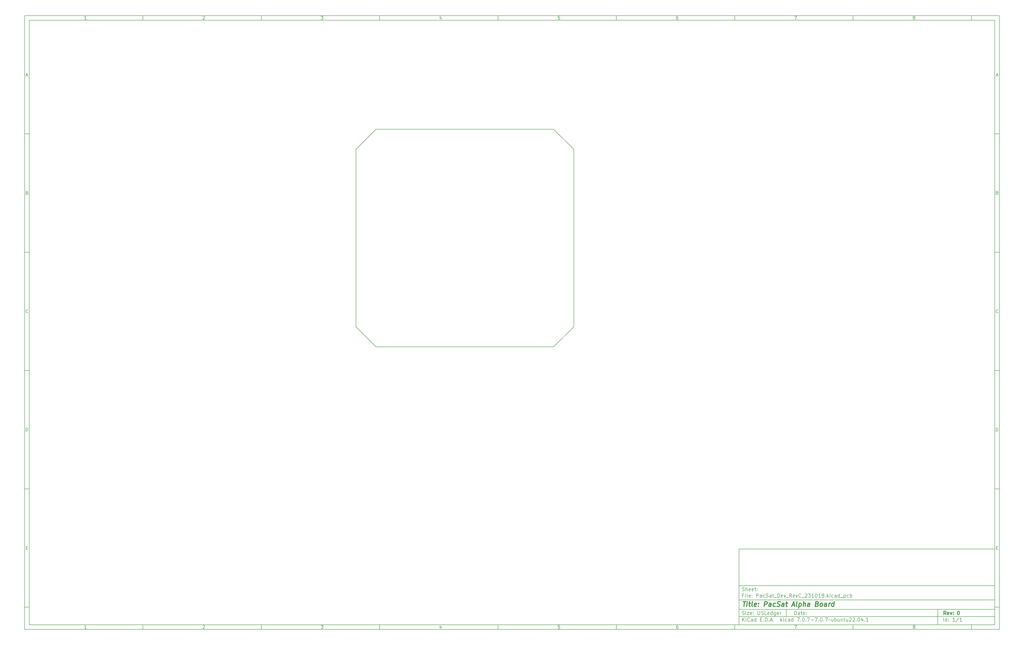
<source format=gbr>
%TF.GenerationSoftware,KiCad,Pcbnew,7.0.7-7.0.7~ubuntu22.04.1*%
%TF.CreationDate,2023-10-26T15:58:48-05:00*%
%TF.ProjectId,PacSat_Dev_RevC_231018,50616353-6174-45f4-9465-765f52657643,0*%
%TF.SameCoordinates,Original*%
%TF.FileFunction,Profile,NP*%
%FSLAX46Y46*%
G04 Gerber Fmt 4.6, Leading zero omitted, Abs format (unit mm)*
G04 Created by KiCad (PCBNEW 7.0.7-7.0.7~ubuntu22.04.1) date 2023-10-26 15:58:48*
%MOMM*%
%LPD*%
G01*
G04 APERTURE LIST*
%ADD10C,0.100000*%
%ADD11C,0.150000*%
%ADD12C,0.300000*%
%ADD13C,0.400000*%
%TA.AperFunction,Profile*%
%ADD14C,0.150000*%
%TD*%
G04 APERTURE END LIST*
D10*
D11*
X311800000Y-235400000D02*
X419800000Y-235400000D01*
X419800000Y-267400000D01*
X311800000Y-267400000D01*
X311800000Y-235400000D01*
D10*
D11*
X10000000Y-10000000D02*
X421800000Y-10000000D01*
X421800000Y-269400000D01*
X10000000Y-269400000D01*
X10000000Y-10000000D01*
D10*
D11*
X12000000Y-12000000D02*
X419800000Y-12000000D01*
X419800000Y-267400000D01*
X12000000Y-267400000D01*
X12000000Y-12000000D01*
D10*
D11*
X60000000Y-12000000D02*
X60000000Y-10000000D01*
D10*
D11*
X110000000Y-12000000D02*
X110000000Y-10000000D01*
D10*
D11*
X160000000Y-12000000D02*
X160000000Y-10000000D01*
D10*
D11*
X210000000Y-12000000D02*
X210000000Y-10000000D01*
D10*
D11*
X260000000Y-12000000D02*
X260000000Y-10000000D01*
D10*
D11*
X310000000Y-12000000D02*
X310000000Y-10000000D01*
D10*
D11*
X360000000Y-12000000D02*
X360000000Y-10000000D01*
D10*
D11*
X410000000Y-12000000D02*
X410000000Y-10000000D01*
D10*
D11*
X36089160Y-11593604D02*
X35346303Y-11593604D01*
X35717731Y-11593604D02*
X35717731Y-10293604D01*
X35717731Y-10293604D02*
X35593922Y-10479319D01*
X35593922Y-10479319D02*
X35470112Y-10603128D01*
X35470112Y-10603128D02*
X35346303Y-10665033D01*
D10*
D11*
X85346303Y-10417414D02*
X85408207Y-10355509D01*
X85408207Y-10355509D02*
X85532017Y-10293604D01*
X85532017Y-10293604D02*
X85841541Y-10293604D01*
X85841541Y-10293604D02*
X85965350Y-10355509D01*
X85965350Y-10355509D02*
X86027255Y-10417414D01*
X86027255Y-10417414D02*
X86089160Y-10541223D01*
X86089160Y-10541223D02*
X86089160Y-10665033D01*
X86089160Y-10665033D02*
X86027255Y-10850747D01*
X86027255Y-10850747D02*
X85284398Y-11593604D01*
X85284398Y-11593604D02*
X86089160Y-11593604D01*
D10*
D11*
X135284398Y-10293604D02*
X136089160Y-10293604D01*
X136089160Y-10293604D02*
X135655826Y-10788842D01*
X135655826Y-10788842D02*
X135841541Y-10788842D01*
X135841541Y-10788842D02*
X135965350Y-10850747D01*
X135965350Y-10850747D02*
X136027255Y-10912652D01*
X136027255Y-10912652D02*
X136089160Y-11036461D01*
X136089160Y-11036461D02*
X136089160Y-11345985D01*
X136089160Y-11345985D02*
X136027255Y-11469795D01*
X136027255Y-11469795D02*
X135965350Y-11531700D01*
X135965350Y-11531700D02*
X135841541Y-11593604D01*
X135841541Y-11593604D02*
X135470112Y-11593604D01*
X135470112Y-11593604D02*
X135346303Y-11531700D01*
X135346303Y-11531700D02*
X135284398Y-11469795D01*
D10*
D11*
X185965350Y-10726938D02*
X185965350Y-11593604D01*
X185655826Y-10231700D02*
X185346303Y-11160271D01*
X185346303Y-11160271D02*
X186151064Y-11160271D01*
D10*
D11*
X236027255Y-10293604D02*
X235408207Y-10293604D01*
X235408207Y-10293604D02*
X235346303Y-10912652D01*
X235346303Y-10912652D02*
X235408207Y-10850747D01*
X235408207Y-10850747D02*
X235532017Y-10788842D01*
X235532017Y-10788842D02*
X235841541Y-10788842D01*
X235841541Y-10788842D02*
X235965350Y-10850747D01*
X235965350Y-10850747D02*
X236027255Y-10912652D01*
X236027255Y-10912652D02*
X236089160Y-11036461D01*
X236089160Y-11036461D02*
X236089160Y-11345985D01*
X236089160Y-11345985D02*
X236027255Y-11469795D01*
X236027255Y-11469795D02*
X235965350Y-11531700D01*
X235965350Y-11531700D02*
X235841541Y-11593604D01*
X235841541Y-11593604D02*
X235532017Y-11593604D01*
X235532017Y-11593604D02*
X235408207Y-11531700D01*
X235408207Y-11531700D02*
X235346303Y-11469795D01*
D10*
D11*
X285965350Y-10293604D02*
X285717731Y-10293604D01*
X285717731Y-10293604D02*
X285593922Y-10355509D01*
X285593922Y-10355509D02*
X285532017Y-10417414D01*
X285532017Y-10417414D02*
X285408207Y-10603128D01*
X285408207Y-10603128D02*
X285346303Y-10850747D01*
X285346303Y-10850747D02*
X285346303Y-11345985D01*
X285346303Y-11345985D02*
X285408207Y-11469795D01*
X285408207Y-11469795D02*
X285470112Y-11531700D01*
X285470112Y-11531700D02*
X285593922Y-11593604D01*
X285593922Y-11593604D02*
X285841541Y-11593604D01*
X285841541Y-11593604D02*
X285965350Y-11531700D01*
X285965350Y-11531700D02*
X286027255Y-11469795D01*
X286027255Y-11469795D02*
X286089160Y-11345985D01*
X286089160Y-11345985D02*
X286089160Y-11036461D01*
X286089160Y-11036461D02*
X286027255Y-10912652D01*
X286027255Y-10912652D02*
X285965350Y-10850747D01*
X285965350Y-10850747D02*
X285841541Y-10788842D01*
X285841541Y-10788842D02*
X285593922Y-10788842D01*
X285593922Y-10788842D02*
X285470112Y-10850747D01*
X285470112Y-10850747D02*
X285408207Y-10912652D01*
X285408207Y-10912652D02*
X285346303Y-11036461D01*
D10*
D11*
X335284398Y-10293604D02*
X336151064Y-10293604D01*
X336151064Y-10293604D02*
X335593922Y-11593604D01*
D10*
D11*
X385593922Y-10850747D02*
X385470112Y-10788842D01*
X385470112Y-10788842D02*
X385408207Y-10726938D01*
X385408207Y-10726938D02*
X385346303Y-10603128D01*
X385346303Y-10603128D02*
X385346303Y-10541223D01*
X385346303Y-10541223D02*
X385408207Y-10417414D01*
X385408207Y-10417414D02*
X385470112Y-10355509D01*
X385470112Y-10355509D02*
X385593922Y-10293604D01*
X385593922Y-10293604D02*
X385841541Y-10293604D01*
X385841541Y-10293604D02*
X385965350Y-10355509D01*
X385965350Y-10355509D02*
X386027255Y-10417414D01*
X386027255Y-10417414D02*
X386089160Y-10541223D01*
X386089160Y-10541223D02*
X386089160Y-10603128D01*
X386089160Y-10603128D02*
X386027255Y-10726938D01*
X386027255Y-10726938D02*
X385965350Y-10788842D01*
X385965350Y-10788842D02*
X385841541Y-10850747D01*
X385841541Y-10850747D02*
X385593922Y-10850747D01*
X385593922Y-10850747D02*
X385470112Y-10912652D01*
X385470112Y-10912652D02*
X385408207Y-10974557D01*
X385408207Y-10974557D02*
X385346303Y-11098366D01*
X385346303Y-11098366D02*
X385346303Y-11345985D01*
X385346303Y-11345985D02*
X385408207Y-11469795D01*
X385408207Y-11469795D02*
X385470112Y-11531700D01*
X385470112Y-11531700D02*
X385593922Y-11593604D01*
X385593922Y-11593604D02*
X385841541Y-11593604D01*
X385841541Y-11593604D02*
X385965350Y-11531700D01*
X385965350Y-11531700D02*
X386027255Y-11469795D01*
X386027255Y-11469795D02*
X386089160Y-11345985D01*
X386089160Y-11345985D02*
X386089160Y-11098366D01*
X386089160Y-11098366D02*
X386027255Y-10974557D01*
X386027255Y-10974557D02*
X385965350Y-10912652D01*
X385965350Y-10912652D02*
X385841541Y-10850747D01*
D10*
D11*
X60000000Y-267400000D02*
X60000000Y-269400000D01*
D10*
D11*
X110000000Y-267400000D02*
X110000000Y-269400000D01*
D10*
D11*
X160000000Y-267400000D02*
X160000000Y-269400000D01*
D10*
D11*
X210000000Y-267400000D02*
X210000000Y-269400000D01*
D10*
D11*
X260000000Y-267400000D02*
X260000000Y-269400000D01*
D10*
D11*
X310000000Y-267400000D02*
X310000000Y-269400000D01*
D10*
D11*
X360000000Y-267400000D02*
X360000000Y-269400000D01*
D10*
D11*
X410000000Y-267400000D02*
X410000000Y-269400000D01*
D10*
D11*
X36089160Y-268993604D02*
X35346303Y-268993604D01*
X35717731Y-268993604D02*
X35717731Y-267693604D01*
X35717731Y-267693604D02*
X35593922Y-267879319D01*
X35593922Y-267879319D02*
X35470112Y-268003128D01*
X35470112Y-268003128D02*
X35346303Y-268065033D01*
D10*
D11*
X85346303Y-267817414D02*
X85408207Y-267755509D01*
X85408207Y-267755509D02*
X85532017Y-267693604D01*
X85532017Y-267693604D02*
X85841541Y-267693604D01*
X85841541Y-267693604D02*
X85965350Y-267755509D01*
X85965350Y-267755509D02*
X86027255Y-267817414D01*
X86027255Y-267817414D02*
X86089160Y-267941223D01*
X86089160Y-267941223D02*
X86089160Y-268065033D01*
X86089160Y-268065033D02*
X86027255Y-268250747D01*
X86027255Y-268250747D02*
X85284398Y-268993604D01*
X85284398Y-268993604D02*
X86089160Y-268993604D01*
D10*
D11*
X135284398Y-267693604D02*
X136089160Y-267693604D01*
X136089160Y-267693604D02*
X135655826Y-268188842D01*
X135655826Y-268188842D02*
X135841541Y-268188842D01*
X135841541Y-268188842D02*
X135965350Y-268250747D01*
X135965350Y-268250747D02*
X136027255Y-268312652D01*
X136027255Y-268312652D02*
X136089160Y-268436461D01*
X136089160Y-268436461D02*
X136089160Y-268745985D01*
X136089160Y-268745985D02*
X136027255Y-268869795D01*
X136027255Y-268869795D02*
X135965350Y-268931700D01*
X135965350Y-268931700D02*
X135841541Y-268993604D01*
X135841541Y-268993604D02*
X135470112Y-268993604D01*
X135470112Y-268993604D02*
X135346303Y-268931700D01*
X135346303Y-268931700D02*
X135284398Y-268869795D01*
D10*
D11*
X185965350Y-268126938D02*
X185965350Y-268993604D01*
X185655826Y-267631700D02*
X185346303Y-268560271D01*
X185346303Y-268560271D02*
X186151064Y-268560271D01*
D10*
D11*
X236027255Y-267693604D02*
X235408207Y-267693604D01*
X235408207Y-267693604D02*
X235346303Y-268312652D01*
X235346303Y-268312652D02*
X235408207Y-268250747D01*
X235408207Y-268250747D02*
X235532017Y-268188842D01*
X235532017Y-268188842D02*
X235841541Y-268188842D01*
X235841541Y-268188842D02*
X235965350Y-268250747D01*
X235965350Y-268250747D02*
X236027255Y-268312652D01*
X236027255Y-268312652D02*
X236089160Y-268436461D01*
X236089160Y-268436461D02*
X236089160Y-268745985D01*
X236089160Y-268745985D02*
X236027255Y-268869795D01*
X236027255Y-268869795D02*
X235965350Y-268931700D01*
X235965350Y-268931700D02*
X235841541Y-268993604D01*
X235841541Y-268993604D02*
X235532017Y-268993604D01*
X235532017Y-268993604D02*
X235408207Y-268931700D01*
X235408207Y-268931700D02*
X235346303Y-268869795D01*
D10*
D11*
X285965350Y-267693604D02*
X285717731Y-267693604D01*
X285717731Y-267693604D02*
X285593922Y-267755509D01*
X285593922Y-267755509D02*
X285532017Y-267817414D01*
X285532017Y-267817414D02*
X285408207Y-268003128D01*
X285408207Y-268003128D02*
X285346303Y-268250747D01*
X285346303Y-268250747D02*
X285346303Y-268745985D01*
X285346303Y-268745985D02*
X285408207Y-268869795D01*
X285408207Y-268869795D02*
X285470112Y-268931700D01*
X285470112Y-268931700D02*
X285593922Y-268993604D01*
X285593922Y-268993604D02*
X285841541Y-268993604D01*
X285841541Y-268993604D02*
X285965350Y-268931700D01*
X285965350Y-268931700D02*
X286027255Y-268869795D01*
X286027255Y-268869795D02*
X286089160Y-268745985D01*
X286089160Y-268745985D02*
X286089160Y-268436461D01*
X286089160Y-268436461D02*
X286027255Y-268312652D01*
X286027255Y-268312652D02*
X285965350Y-268250747D01*
X285965350Y-268250747D02*
X285841541Y-268188842D01*
X285841541Y-268188842D02*
X285593922Y-268188842D01*
X285593922Y-268188842D02*
X285470112Y-268250747D01*
X285470112Y-268250747D02*
X285408207Y-268312652D01*
X285408207Y-268312652D02*
X285346303Y-268436461D01*
D10*
D11*
X335284398Y-267693604D02*
X336151064Y-267693604D01*
X336151064Y-267693604D02*
X335593922Y-268993604D01*
D10*
D11*
X385593922Y-268250747D02*
X385470112Y-268188842D01*
X385470112Y-268188842D02*
X385408207Y-268126938D01*
X385408207Y-268126938D02*
X385346303Y-268003128D01*
X385346303Y-268003128D02*
X385346303Y-267941223D01*
X385346303Y-267941223D02*
X385408207Y-267817414D01*
X385408207Y-267817414D02*
X385470112Y-267755509D01*
X385470112Y-267755509D02*
X385593922Y-267693604D01*
X385593922Y-267693604D02*
X385841541Y-267693604D01*
X385841541Y-267693604D02*
X385965350Y-267755509D01*
X385965350Y-267755509D02*
X386027255Y-267817414D01*
X386027255Y-267817414D02*
X386089160Y-267941223D01*
X386089160Y-267941223D02*
X386089160Y-268003128D01*
X386089160Y-268003128D02*
X386027255Y-268126938D01*
X386027255Y-268126938D02*
X385965350Y-268188842D01*
X385965350Y-268188842D02*
X385841541Y-268250747D01*
X385841541Y-268250747D02*
X385593922Y-268250747D01*
X385593922Y-268250747D02*
X385470112Y-268312652D01*
X385470112Y-268312652D02*
X385408207Y-268374557D01*
X385408207Y-268374557D02*
X385346303Y-268498366D01*
X385346303Y-268498366D02*
X385346303Y-268745985D01*
X385346303Y-268745985D02*
X385408207Y-268869795D01*
X385408207Y-268869795D02*
X385470112Y-268931700D01*
X385470112Y-268931700D02*
X385593922Y-268993604D01*
X385593922Y-268993604D02*
X385841541Y-268993604D01*
X385841541Y-268993604D02*
X385965350Y-268931700D01*
X385965350Y-268931700D02*
X386027255Y-268869795D01*
X386027255Y-268869795D02*
X386089160Y-268745985D01*
X386089160Y-268745985D02*
X386089160Y-268498366D01*
X386089160Y-268498366D02*
X386027255Y-268374557D01*
X386027255Y-268374557D02*
X385965350Y-268312652D01*
X385965350Y-268312652D02*
X385841541Y-268250747D01*
D10*
D11*
X10000000Y-60000000D02*
X12000000Y-60000000D01*
D10*
D11*
X10000000Y-110000000D02*
X12000000Y-110000000D01*
D10*
D11*
X10000000Y-160000000D02*
X12000000Y-160000000D01*
D10*
D11*
X10000000Y-210000000D02*
X12000000Y-210000000D01*
D10*
D11*
X10000000Y-260000000D02*
X12000000Y-260000000D01*
D10*
D11*
X10690476Y-35222176D02*
X11309523Y-35222176D01*
X10566666Y-35593604D02*
X10999999Y-34293604D01*
X10999999Y-34293604D02*
X11433333Y-35593604D01*
D10*
D11*
X11092857Y-84912652D02*
X11278571Y-84974557D01*
X11278571Y-84974557D02*
X11340476Y-85036461D01*
X11340476Y-85036461D02*
X11402380Y-85160271D01*
X11402380Y-85160271D02*
X11402380Y-85345985D01*
X11402380Y-85345985D02*
X11340476Y-85469795D01*
X11340476Y-85469795D02*
X11278571Y-85531700D01*
X11278571Y-85531700D02*
X11154761Y-85593604D01*
X11154761Y-85593604D02*
X10659523Y-85593604D01*
X10659523Y-85593604D02*
X10659523Y-84293604D01*
X10659523Y-84293604D02*
X11092857Y-84293604D01*
X11092857Y-84293604D02*
X11216666Y-84355509D01*
X11216666Y-84355509D02*
X11278571Y-84417414D01*
X11278571Y-84417414D02*
X11340476Y-84541223D01*
X11340476Y-84541223D02*
X11340476Y-84665033D01*
X11340476Y-84665033D02*
X11278571Y-84788842D01*
X11278571Y-84788842D02*
X11216666Y-84850747D01*
X11216666Y-84850747D02*
X11092857Y-84912652D01*
X11092857Y-84912652D02*
X10659523Y-84912652D01*
D10*
D11*
X11402380Y-135469795D02*
X11340476Y-135531700D01*
X11340476Y-135531700D02*
X11154761Y-135593604D01*
X11154761Y-135593604D02*
X11030952Y-135593604D01*
X11030952Y-135593604D02*
X10845238Y-135531700D01*
X10845238Y-135531700D02*
X10721428Y-135407890D01*
X10721428Y-135407890D02*
X10659523Y-135284080D01*
X10659523Y-135284080D02*
X10597619Y-135036461D01*
X10597619Y-135036461D02*
X10597619Y-134850747D01*
X10597619Y-134850747D02*
X10659523Y-134603128D01*
X10659523Y-134603128D02*
X10721428Y-134479319D01*
X10721428Y-134479319D02*
X10845238Y-134355509D01*
X10845238Y-134355509D02*
X11030952Y-134293604D01*
X11030952Y-134293604D02*
X11154761Y-134293604D01*
X11154761Y-134293604D02*
X11340476Y-134355509D01*
X11340476Y-134355509D02*
X11402380Y-134417414D01*
D10*
D11*
X10659523Y-185593604D02*
X10659523Y-184293604D01*
X10659523Y-184293604D02*
X10969047Y-184293604D01*
X10969047Y-184293604D02*
X11154761Y-184355509D01*
X11154761Y-184355509D02*
X11278571Y-184479319D01*
X11278571Y-184479319D02*
X11340476Y-184603128D01*
X11340476Y-184603128D02*
X11402380Y-184850747D01*
X11402380Y-184850747D02*
X11402380Y-185036461D01*
X11402380Y-185036461D02*
X11340476Y-185284080D01*
X11340476Y-185284080D02*
X11278571Y-185407890D01*
X11278571Y-185407890D02*
X11154761Y-185531700D01*
X11154761Y-185531700D02*
X10969047Y-185593604D01*
X10969047Y-185593604D02*
X10659523Y-185593604D01*
D10*
D11*
X10721428Y-234912652D02*
X11154762Y-234912652D01*
X11340476Y-235593604D02*
X10721428Y-235593604D01*
X10721428Y-235593604D02*
X10721428Y-234293604D01*
X10721428Y-234293604D02*
X11340476Y-234293604D01*
D10*
D11*
X421800000Y-60000000D02*
X419800000Y-60000000D01*
D10*
D11*
X421800000Y-110000000D02*
X419800000Y-110000000D01*
D10*
D11*
X421800000Y-160000000D02*
X419800000Y-160000000D01*
D10*
D11*
X421800000Y-210000000D02*
X419800000Y-210000000D01*
D10*
D11*
X421800000Y-260000000D02*
X419800000Y-260000000D01*
D10*
D11*
X420490476Y-35222176D02*
X421109523Y-35222176D01*
X420366666Y-35593604D02*
X420799999Y-34293604D01*
X420799999Y-34293604D02*
X421233333Y-35593604D01*
D10*
D11*
X420892857Y-84912652D02*
X421078571Y-84974557D01*
X421078571Y-84974557D02*
X421140476Y-85036461D01*
X421140476Y-85036461D02*
X421202380Y-85160271D01*
X421202380Y-85160271D02*
X421202380Y-85345985D01*
X421202380Y-85345985D02*
X421140476Y-85469795D01*
X421140476Y-85469795D02*
X421078571Y-85531700D01*
X421078571Y-85531700D02*
X420954761Y-85593604D01*
X420954761Y-85593604D02*
X420459523Y-85593604D01*
X420459523Y-85593604D02*
X420459523Y-84293604D01*
X420459523Y-84293604D02*
X420892857Y-84293604D01*
X420892857Y-84293604D02*
X421016666Y-84355509D01*
X421016666Y-84355509D02*
X421078571Y-84417414D01*
X421078571Y-84417414D02*
X421140476Y-84541223D01*
X421140476Y-84541223D02*
X421140476Y-84665033D01*
X421140476Y-84665033D02*
X421078571Y-84788842D01*
X421078571Y-84788842D02*
X421016666Y-84850747D01*
X421016666Y-84850747D02*
X420892857Y-84912652D01*
X420892857Y-84912652D02*
X420459523Y-84912652D01*
D10*
D11*
X421202380Y-135469795D02*
X421140476Y-135531700D01*
X421140476Y-135531700D02*
X420954761Y-135593604D01*
X420954761Y-135593604D02*
X420830952Y-135593604D01*
X420830952Y-135593604D02*
X420645238Y-135531700D01*
X420645238Y-135531700D02*
X420521428Y-135407890D01*
X420521428Y-135407890D02*
X420459523Y-135284080D01*
X420459523Y-135284080D02*
X420397619Y-135036461D01*
X420397619Y-135036461D02*
X420397619Y-134850747D01*
X420397619Y-134850747D02*
X420459523Y-134603128D01*
X420459523Y-134603128D02*
X420521428Y-134479319D01*
X420521428Y-134479319D02*
X420645238Y-134355509D01*
X420645238Y-134355509D02*
X420830952Y-134293604D01*
X420830952Y-134293604D02*
X420954761Y-134293604D01*
X420954761Y-134293604D02*
X421140476Y-134355509D01*
X421140476Y-134355509D02*
X421202380Y-134417414D01*
D10*
D11*
X420459523Y-185593604D02*
X420459523Y-184293604D01*
X420459523Y-184293604D02*
X420769047Y-184293604D01*
X420769047Y-184293604D02*
X420954761Y-184355509D01*
X420954761Y-184355509D02*
X421078571Y-184479319D01*
X421078571Y-184479319D02*
X421140476Y-184603128D01*
X421140476Y-184603128D02*
X421202380Y-184850747D01*
X421202380Y-184850747D02*
X421202380Y-185036461D01*
X421202380Y-185036461D02*
X421140476Y-185284080D01*
X421140476Y-185284080D02*
X421078571Y-185407890D01*
X421078571Y-185407890D02*
X420954761Y-185531700D01*
X420954761Y-185531700D02*
X420769047Y-185593604D01*
X420769047Y-185593604D02*
X420459523Y-185593604D01*
D10*
D11*
X420521428Y-234912652D02*
X420954762Y-234912652D01*
X421140476Y-235593604D02*
X420521428Y-235593604D01*
X420521428Y-235593604D02*
X420521428Y-234293604D01*
X420521428Y-234293604D02*
X421140476Y-234293604D01*
D10*
D11*
X335255826Y-263186128D02*
X335255826Y-261686128D01*
X335255826Y-261686128D02*
X335612969Y-261686128D01*
X335612969Y-261686128D02*
X335827255Y-261757557D01*
X335827255Y-261757557D02*
X335970112Y-261900414D01*
X335970112Y-261900414D02*
X336041541Y-262043271D01*
X336041541Y-262043271D02*
X336112969Y-262328985D01*
X336112969Y-262328985D02*
X336112969Y-262543271D01*
X336112969Y-262543271D02*
X336041541Y-262828985D01*
X336041541Y-262828985D02*
X335970112Y-262971842D01*
X335970112Y-262971842D02*
X335827255Y-263114700D01*
X335827255Y-263114700D02*
X335612969Y-263186128D01*
X335612969Y-263186128D02*
X335255826Y-263186128D01*
X337398684Y-263186128D02*
X337398684Y-262400414D01*
X337398684Y-262400414D02*
X337327255Y-262257557D01*
X337327255Y-262257557D02*
X337184398Y-262186128D01*
X337184398Y-262186128D02*
X336898684Y-262186128D01*
X336898684Y-262186128D02*
X336755826Y-262257557D01*
X337398684Y-263114700D02*
X337255826Y-263186128D01*
X337255826Y-263186128D02*
X336898684Y-263186128D01*
X336898684Y-263186128D02*
X336755826Y-263114700D01*
X336755826Y-263114700D02*
X336684398Y-262971842D01*
X336684398Y-262971842D02*
X336684398Y-262828985D01*
X336684398Y-262828985D02*
X336755826Y-262686128D01*
X336755826Y-262686128D02*
X336898684Y-262614700D01*
X336898684Y-262614700D02*
X337255826Y-262614700D01*
X337255826Y-262614700D02*
X337398684Y-262543271D01*
X337898684Y-262186128D02*
X338470112Y-262186128D01*
X338112969Y-261686128D02*
X338112969Y-262971842D01*
X338112969Y-262971842D02*
X338184398Y-263114700D01*
X338184398Y-263114700D02*
X338327255Y-263186128D01*
X338327255Y-263186128D02*
X338470112Y-263186128D01*
X339541541Y-263114700D02*
X339398684Y-263186128D01*
X339398684Y-263186128D02*
X339112970Y-263186128D01*
X339112970Y-263186128D02*
X338970112Y-263114700D01*
X338970112Y-263114700D02*
X338898684Y-262971842D01*
X338898684Y-262971842D02*
X338898684Y-262400414D01*
X338898684Y-262400414D02*
X338970112Y-262257557D01*
X338970112Y-262257557D02*
X339112970Y-262186128D01*
X339112970Y-262186128D02*
X339398684Y-262186128D01*
X339398684Y-262186128D02*
X339541541Y-262257557D01*
X339541541Y-262257557D02*
X339612970Y-262400414D01*
X339612970Y-262400414D02*
X339612970Y-262543271D01*
X339612970Y-262543271D02*
X338898684Y-262686128D01*
X340255826Y-263043271D02*
X340327255Y-263114700D01*
X340327255Y-263114700D02*
X340255826Y-263186128D01*
X340255826Y-263186128D02*
X340184398Y-263114700D01*
X340184398Y-263114700D02*
X340255826Y-263043271D01*
X340255826Y-263043271D02*
X340255826Y-263186128D01*
X340255826Y-262257557D02*
X340327255Y-262328985D01*
X340327255Y-262328985D02*
X340255826Y-262400414D01*
X340255826Y-262400414D02*
X340184398Y-262328985D01*
X340184398Y-262328985D02*
X340255826Y-262257557D01*
X340255826Y-262257557D02*
X340255826Y-262400414D01*
D10*
D11*
X311800000Y-263900000D02*
X419800000Y-263900000D01*
D10*
D11*
X313255826Y-265986128D02*
X313255826Y-264486128D01*
X314112969Y-265986128D02*
X313470112Y-265128985D01*
X314112969Y-264486128D02*
X313255826Y-265343271D01*
X314755826Y-265986128D02*
X314755826Y-264986128D01*
X314755826Y-264486128D02*
X314684398Y-264557557D01*
X314684398Y-264557557D02*
X314755826Y-264628985D01*
X314755826Y-264628985D02*
X314827255Y-264557557D01*
X314827255Y-264557557D02*
X314755826Y-264486128D01*
X314755826Y-264486128D02*
X314755826Y-264628985D01*
X316327255Y-265843271D02*
X316255827Y-265914700D01*
X316255827Y-265914700D02*
X316041541Y-265986128D01*
X316041541Y-265986128D02*
X315898684Y-265986128D01*
X315898684Y-265986128D02*
X315684398Y-265914700D01*
X315684398Y-265914700D02*
X315541541Y-265771842D01*
X315541541Y-265771842D02*
X315470112Y-265628985D01*
X315470112Y-265628985D02*
X315398684Y-265343271D01*
X315398684Y-265343271D02*
X315398684Y-265128985D01*
X315398684Y-265128985D02*
X315470112Y-264843271D01*
X315470112Y-264843271D02*
X315541541Y-264700414D01*
X315541541Y-264700414D02*
X315684398Y-264557557D01*
X315684398Y-264557557D02*
X315898684Y-264486128D01*
X315898684Y-264486128D02*
X316041541Y-264486128D01*
X316041541Y-264486128D02*
X316255827Y-264557557D01*
X316255827Y-264557557D02*
X316327255Y-264628985D01*
X317612970Y-265986128D02*
X317612970Y-265200414D01*
X317612970Y-265200414D02*
X317541541Y-265057557D01*
X317541541Y-265057557D02*
X317398684Y-264986128D01*
X317398684Y-264986128D02*
X317112970Y-264986128D01*
X317112970Y-264986128D02*
X316970112Y-265057557D01*
X317612970Y-265914700D02*
X317470112Y-265986128D01*
X317470112Y-265986128D02*
X317112970Y-265986128D01*
X317112970Y-265986128D02*
X316970112Y-265914700D01*
X316970112Y-265914700D02*
X316898684Y-265771842D01*
X316898684Y-265771842D02*
X316898684Y-265628985D01*
X316898684Y-265628985D02*
X316970112Y-265486128D01*
X316970112Y-265486128D02*
X317112970Y-265414700D01*
X317112970Y-265414700D02*
X317470112Y-265414700D01*
X317470112Y-265414700D02*
X317612970Y-265343271D01*
X318970113Y-265986128D02*
X318970113Y-264486128D01*
X318970113Y-265914700D02*
X318827255Y-265986128D01*
X318827255Y-265986128D02*
X318541541Y-265986128D01*
X318541541Y-265986128D02*
X318398684Y-265914700D01*
X318398684Y-265914700D02*
X318327255Y-265843271D01*
X318327255Y-265843271D02*
X318255827Y-265700414D01*
X318255827Y-265700414D02*
X318255827Y-265271842D01*
X318255827Y-265271842D02*
X318327255Y-265128985D01*
X318327255Y-265128985D02*
X318398684Y-265057557D01*
X318398684Y-265057557D02*
X318541541Y-264986128D01*
X318541541Y-264986128D02*
X318827255Y-264986128D01*
X318827255Y-264986128D02*
X318970113Y-265057557D01*
X320827255Y-265200414D02*
X321327255Y-265200414D01*
X321541541Y-265986128D02*
X320827255Y-265986128D01*
X320827255Y-265986128D02*
X320827255Y-264486128D01*
X320827255Y-264486128D02*
X321541541Y-264486128D01*
X322184398Y-265843271D02*
X322255827Y-265914700D01*
X322255827Y-265914700D02*
X322184398Y-265986128D01*
X322184398Y-265986128D02*
X322112970Y-265914700D01*
X322112970Y-265914700D02*
X322184398Y-265843271D01*
X322184398Y-265843271D02*
X322184398Y-265986128D01*
X322898684Y-265986128D02*
X322898684Y-264486128D01*
X322898684Y-264486128D02*
X323255827Y-264486128D01*
X323255827Y-264486128D02*
X323470113Y-264557557D01*
X323470113Y-264557557D02*
X323612970Y-264700414D01*
X323612970Y-264700414D02*
X323684399Y-264843271D01*
X323684399Y-264843271D02*
X323755827Y-265128985D01*
X323755827Y-265128985D02*
X323755827Y-265343271D01*
X323755827Y-265343271D02*
X323684399Y-265628985D01*
X323684399Y-265628985D02*
X323612970Y-265771842D01*
X323612970Y-265771842D02*
X323470113Y-265914700D01*
X323470113Y-265914700D02*
X323255827Y-265986128D01*
X323255827Y-265986128D02*
X322898684Y-265986128D01*
X324398684Y-265843271D02*
X324470113Y-265914700D01*
X324470113Y-265914700D02*
X324398684Y-265986128D01*
X324398684Y-265986128D02*
X324327256Y-265914700D01*
X324327256Y-265914700D02*
X324398684Y-265843271D01*
X324398684Y-265843271D02*
X324398684Y-265986128D01*
X325041542Y-265557557D02*
X325755828Y-265557557D01*
X324898685Y-265986128D02*
X325398685Y-264486128D01*
X325398685Y-264486128D02*
X325898685Y-265986128D01*
X326398684Y-265843271D02*
X326470113Y-265914700D01*
X326470113Y-265914700D02*
X326398684Y-265986128D01*
X326398684Y-265986128D02*
X326327256Y-265914700D01*
X326327256Y-265914700D02*
X326398684Y-265843271D01*
X326398684Y-265843271D02*
X326398684Y-265986128D01*
X329398684Y-265986128D02*
X329398684Y-264486128D01*
X329541542Y-265414700D02*
X329970113Y-265986128D01*
X329970113Y-264986128D02*
X329398684Y-265557557D01*
X330612970Y-265986128D02*
X330612970Y-264986128D01*
X330612970Y-264486128D02*
X330541542Y-264557557D01*
X330541542Y-264557557D02*
X330612970Y-264628985D01*
X330612970Y-264628985D02*
X330684399Y-264557557D01*
X330684399Y-264557557D02*
X330612970Y-264486128D01*
X330612970Y-264486128D02*
X330612970Y-264628985D01*
X331970114Y-265914700D02*
X331827256Y-265986128D01*
X331827256Y-265986128D02*
X331541542Y-265986128D01*
X331541542Y-265986128D02*
X331398685Y-265914700D01*
X331398685Y-265914700D02*
X331327256Y-265843271D01*
X331327256Y-265843271D02*
X331255828Y-265700414D01*
X331255828Y-265700414D02*
X331255828Y-265271842D01*
X331255828Y-265271842D02*
X331327256Y-265128985D01*
X331327256Y-265128985D02*
X331398685Y-265057557D01*
X331398685Y-265057557D02*
X331541542Y-264986128D01*
X331541542Y-264986128D02*
X331827256Y-264986128D01*
X331827256Y-264986128D02*
X331970114Y-265057557D01*
X333255828Y-265986128D02*
X333255828Y-265200414D01*
X333255828Y-265200414D02*
X333184399Y-265057557D01*
X333184399Y-265057557D02*
X333041542Y-264986128D01*
X333041542Y-264986128D02*
X332755828Y-264986128D01*
X332755828Y-264986128D02*
X332612970Y-265057557D01*
X333255828Y-265914700D02*
X333112970Y-265986128D01*
X333112970Y-265986128D02*
X332755828Y-265986128D01*
X332755828Y-265986128D02*
X332612970Y-265914700D01*
X332612970Y-265914700D02*
X332541542Y-265771842D01*
X332541542Y-265771842D02*
X332541542Y-265628985D01*
X332541542Y-265628985D02*
X332612970Y-265486128D01*
X332612970Y-265486128D02*
X332755828Y-265414700D01*
X332755828Y-265414700D02*
X333112970Y-265414700D01*
X333112970Y-265414700D02*
X333255828Y-265343271D01*
X334612971Y-265986128D02*
X334612971Y-264486128D01*
X334612971Y-265914700D02*
X334470113Y-265986128D01*
X334470113Y-265986128D02*
X334184399Y-265986128D01*
X334184399Y-265986128D02*
X334041542Y-265914700D01*
X334041542Y-265914700D02*
X333970113Y-265843271D01*
X333970113Y-265843271D02*
X333898685Y-265700414D01*
X333898685Y-265700414D02*
X333898685Y-265271842D01*
X333898685Y-265271842D02*
X333970113Y-265128985D01*
X333970113Y-265128985D02*
X334041542Y-265057557D01*
X334041542Y-265057557D02*
X334184399Y-264986128D01*
X334184399Y-264986128D02*
X334470113Y-264986128D01*
X334470113Y-264986128D02*
X334612971Y-265057557D01*
X336327256Y-264486128D02*
X337327256Y-264486128D01*
X337327256Y-264486128D02*
X336684399Y-265986128D01*
X337898684Y-265843271D02*
X337970113Y-265914700D01*
X337970113Y-265914700D02*
X337898684Y-265986128D01*
X337898684Y-265986128D02*
X337827256Y-265914700D01*
X337827256Y-265914700D02*
X337898684Y-265843271D01*
X337898684Y-265843271D02*
X337898684Y-265986128D01*
X338898685Y-264486128D02*
X339041542Y-264486128D01*
X339041542Y-264486128D02*
X339184399Y-264557557D01*
X339184399Y-264557557D02*
X339255828Y-264628985D01*
X339255828Y-264628985D02*
X339327256Y-264771842D01*
X339327256Y-264771842D02*
X339398685Y-265057557D01*
X339398685Y-265057557D02*
X339398685Y-265414700D01*
X339398685Y-265414700D02*
X339327256Y-265700414D01*
X339327256Y-265700414D02*
X339255828Y-265843271D01*
X339255828Y-265843271D02*
X339184399Y-265914700D01*
X339184399Y-265914700D02*
X339041542Y-265986128D01*
X339041542Y-265986128D02*
X338898685Y-265986128D01*
X338898685Y-265986128D02*
X338755828Y-265914700D01*
X338755828Y-265914700D02*
X338684399Y-265843271D01*
X338684399Y-265843271D02*
X338612970Y-265700414D01*
X338612970Y-265700414D02*
X338541542Y-265414700D01*
X338541542Y-265414700D02*
X338541542Y-265057557D01*
X338541542Y-265057557D02*
X338612970Y-264771842D01*
X338612970Y-264771842D02*
X338684399Y-264628985D01*
X338684399Y-264628985D02*
X338755828Y-264557557D01*
X338755828Y-264557557D02*
X338898685Y-264486128D01*
X340041541Y-265843271D02*
X340112970Y-265914700D01*
X340112970Y-265914700D02*
X340041541Y-265986128D01*
X340041541Y-265986128D02*
X339970113Y-265914700D01*
X339970113Y-265914700D02*
X340041541Y-265843271D01*
X340041541Y-265843271D02*
X340041541Y-265986128D01*
X340612970Y-264486128D02*
X341612970Y-264486128D01*
X341612970Y-264486128D02*
X340970113Y-265986128D01*
X342184398Y-265414700D02*
X343327256Y-265414700D01*
X343898684Y-264486128D02*
X344898684Y-264486128D01*
X344898684Y-264486128D02*
X344255827Y-265986128D01*
X345470112Y-265843271D02*
X345541541Y-265914700D01*
X345541541Y-265914700D02*
X345470112Y-265986128D01*
X345470112Y-265986128D02*
X345398684Y-265914700D01*
X345398684Y-265914700D02*
X345470112Y-265843271D01*
X345470112Y-265843271D02*
X345470112Y-265986128D01*
X346470113Y-264486128D02*
X346612970Y-264486128D01*
X346612970Y-264486128D02*
X346755827Y-264557557D01*
X346755827Y-264557557D02*
X346827256Y-264628985D01*
X346827256Y-264628985D02*
X346898684Y-264771842D01*
X346898684Y-264771842D02*
X346970113Y-265057557D01*
X346970113Y-265057557D02*
X346970113Y-265414700D01*
X346970113Y-265414700D02*
X346898684Y-265700414D01*
X346898684Y-265700414D02*
X346827256Y-265843271D01*
X346827256Y-265843271D02*
X346755827Y-265914700D01*
X346755827Y-265914700D02*
X346612970Y-265986128D01*
X346612970Y-265986128D02*
X346470113Y-265986128D01*
X346470113Y-265986128D02*
X346327256Y-265914700D01*
X346327256Y-265914700D02*
X346255827Y-265843271D01*
X346255827Y-265843271D02*
X346184398Y-265700414D01*
X346184398Y-265700414D02*
X346112970Y-265414700D01*
X346112970Y-265414700D02*
X346112970Y-265057557D01*
X346112970Y-265057557D02*
X346184398Y-264771842D01*
X346184398Y-264771842D02*
X346255827Y-264628985D01*
X346255827Y-264628985D02*
X346327256Y-264557557D01*
X346327256Y-264557557D02*
X346470113Y-264486128D01*
X347612969Y-265843271D02*
X347684398Y-265914700D01*
X347684398Y-265914700D02*
X347612969Y-265986128D01*
X347612969Y-265986128D02*
X347541541Y-265914700D01*
X347541541Y-265914700D02*
X347612969Y-265843271D01*
X347612969Y-265843271D02*
X347612969Y-265986128D01*
X348184398Y-264486128D02*
X349184398Y-264486128D01*
X349184398Y-264486128D02*
X348541541Y-265986128D01*
X349541541Y-265414700D02*
X349612969Y-265343271D01*
X349612969Y-265343271D02*
X349755826Y-265271842D01*
X349755826Y-265271842D02*
X350041541Y-265414700D01*
X350041541Y-265414700D02*
X350184398Y-265343271D01*
X350184398Y-265343271D02*
X350255826Y-265271842D01*
X351470113Y-264986128D02*
X351470113Y-265986128D01*
X350827255Y-264986128D02*
X350827255Y-265771842D01*
X350827255Y-265771842D02*
X350898684Y-265914700D01*
X350898684Y-265914700D02*
X351041541Y-265986128D01*
X351041541Y-265986128D02*
X351255827Y-265986128D01*
X351255827Y-265986128D02*
X351398684Y-265914700D01*
X351398684Y-265914700D02*
X351470113Y-265843271D01*
X352184398Y-265986128D02*
X352184398Y-264486128D01*
X352184398Y-265057557D02*
X352327256Y-264986128D01*
X352327256Y-264986128D02*
X352612970Y-264986128D01*
X352612970Y-264986128D02*
X352755827Y-265057557D01*
X352755827Y-265057557D02*
X352827256Y-265128985D01*
X352827256Y-265128985D02*
X352898684Y-265271842D01*
X352898684Y-265271842D02*
X352898684Y-265700414D01*
X352898684Y-265700414D02*
X352827256Y-265843271D01*
X352827256Y-265843271D02*
X352755827Y-265914700D01*
X352755827Y-265914700D02*
X352612970Y-265986128D01*
X352612970Y-265986128D02*
X352327256Y-265986128D01*
X352327256Y-265986128D02*
X352184398Y-265914700D01*
X354184399Y-264986128D02*
X354184399Y-265986128D01*
X353541541Y-264986128D02*
X353541541Y-265771842D01*
X353541541Y-265771842D02*
X353612970Y-265914700D01*
X353612970Y-265914700D02*
X353755827Y-265986128D01*
X353755827Y-265986128D02*
X353970113Y-265986128D01*
X353970113Y-265986128D02*
X354112970Y-265914700D01*
X354112970Y-265914700D02*
X354184399Y-265843271D01*
X354898684Y-264986128D02*
X354898684Y-265986128D01*
X354898684Y-265128985D02*
X354970113Y-265057557D01*
X354970113Y-265057557D02*
X355112970Y-264986128D01*
X355112970Y-264986128D02*
X355327256Y-264986128D01*
X355327256Y-264986128D02*
X355470113Y-265057557D01*
X355470113Y-265057557D02*
X355541542Y-265200414D01*
X355541542Y-265200414D02*
X355541542Y-265986128D01*
X356041542Y-264986128D02*
X356612970Y-264986128D01*
X356255827Y-264486128D02*
X356255827Y-265771842D01*
X356255827Y-265771842D02*
X356327256Y-265914700D01*
X356327256Y-265914700D02*
X356470113Y-265986128D01*
X356470113Y-265986128D02*
X356612970Y-265986128D01*
X357755828Y-264986128D02*
X357755828Y-265986128D01*
X357112970Y-264986128D02*
X357112970Y-265771842D01*
X357112970Y-265771842D02*
X357184399Y-265914700D01*
X357184399Y-265914700D02*
X357327256Y-265986128D01*
X357327256Y-265986128D02*
X357541542Y-265986128D01*
X357541542Y-265986128D02*
X357684399Y-265914700D01*
X357684399Y-265914700D02*
X357755828Y-265843271D01*
X358398685Y-264628985D02*
X358470113Y-264557557D01*
X358470113Y-264557557D02*
X358612971Y-264486128D01*
X358612971Y-264486128D02*
X358970113Y-264486128D01*
X358970113Y-264486128D02*
X359112971Y-264557557D01*
X359112971Y-264557557D02*
X359184399Y-264628985D01*
X359184399Y-264628985D02*
X359255828Y-264771842D01*
X359255828Y-264771842D02*
X359255828Y-264914700D01*
X359255828Y-264914700D02*
X359184399Y-265128985D01*
X359184399Y-265128985D02*
X358327256Y-265986128D01*
X358327256Y-265986128D02*
X359255828Y-265986128D01*
X359827256Y-264628985D02*
X359898684Y-264557557D01*
X359898684Y-264557557D02*
X360041542Y-264486128D01*
X360041542Y-264486128D02*
X360398684Y-264486128D01*
X360398684Y-264486128D02*
X360541542Y-264557557D01*
X360541542Y-264557557D02*
X360612970Y-264628985D01*
X360612970Y-264628985D02*
X360684399Y-264771842D01*
X360684399Y-264771842D02*
X360684399Y-264914700D01*
X360684399Y-264914700D02*
X360612970Y-265128985D01*
X360612970Y-265128985D02*
X359755827Y-265986128D01*
X359755827Y-265986128D02*
X360684399Y-265986128D01*
X361327255Y-265843271D02*
X361398684Y-265914700D01*
X361398684Y-265914700D02*
X361327255Y-265986128D01*
X361327255Y-265986128D02*
X361255827Y-265914700D01*
X361255827Y-265914700D02*
X361327255Y-265843271D01*
X361327255Y-265843271D02*
X361327255Y-265986128D01*
X362327256Y-264486128D02*
X362470113Y-264486128D01*
X362470113Y-264486128D02*
X362612970Y-264557557D01*
X362612970Y-264557557D02*
X362684399Y-264628985D01*
X362684399Y-264628985D02*
X362755827Y-264771842D01*
X362755827Y-264771842D02*
X362827256Y-265057557D01*
X362827256Y-265057557D02*
X362827256Y-265414700D01*
X362827256Y-265414700D02*
X362755827Y-265700414D01*
X362755827Y-265700414D02*
X362684399Y-265843271D01*
X362684399Y-265843271D02*
X362612970Y-265914700D01*
X362612970Y-265914700D02*
X362470113Y-265986128D01*
X362470113Y-265986128D02*
X362327256Y-265986128D01*
X362327256Y-265986128D02*
X362184399Y-265914700D01*
X362184399Y-265914700D02*
X362112970Y-265843271D01*
X362112970Y-265843271D02*
X362041541Y-265700414D01*
X362041541Y-265700414D02*
X361970113Y-265414700D01*
X361970113Y-265414700D02*
X361970113Y-265057557D01*
X361970113Y-265057557D02*
X362041541Y-264771842D01*
X362041541Y-264771842D02*
X362112970Y-264628985D01*
X362112970Y-264628985D02*
X362184399Y-264557557D01*
X362184399Y-264557557D02*
X362327256Y-264486128D01*
X364112970Y-264986128D02*
X364112970Y-265986128D01*
X363755827Y-264414700D02*
X363398684Y-265486128D01*
X363398684Y-265486128D02*
X364327255Y-265486128D01*
X364898683Y-265843271D02*
X364970112Y-265914700D01*
X364970112Y-265914700D02*
X364898683Y-265986128D01*
X364898683Y-265986128D02*
X364827255Y-265914700D01*
X364827255Y-265914700D02*
X364898683Y-265843271D01*
X364898683Y-265843271D02*
X364898683Y-265986128D01*
X366398684Y-265986128D02*
X365541541Y-265986128D01*
X365970112Y-265986128D02*
X365970112Y-264486128D01*
X365970112Y-264486128D02*
X365827255Y-264700414D01*
X365827255Y-264700414D02*
X365684398Y-264843271D01*
X365684398Y-264843271D02*
X365541541Y-264914700D01*
D10*
D11*
X311800000Y-260900000D02*
X419800000Y-260900000D01*
D10*
D12*
X399211653Y-263178328D02*
X398711653Y-262464042D01*
X398354510Y-263178328D02*
X398354510Y-261678328D01*
X398354510Y-261678328D02*
X398925939Y-261678328D01*
X398925939Y-261678328D02*
X399068796Y-261749757D01*
X399068796Y-261749757D02*
X399140225Y-261821185D01*
X399140225Y-261821185D02*
X399211653Y-261964042D01*
X399211653Y-261964042D02*
X399211653Y-262178328D01*
X399211653Y-262178328D02*
X399140225Y-262321185D01*
X399140225Y-262321185D02*
X399068796Y-262392614D01*
X399068796Y-262392614D02*
X398925939Y-262464042D01*
X398925939Y-262464042D02*
X398354510Y-262464042D01*
X400425939Y-263106900D02*
X400283082Y-263178328D01*
X400283082Y-263178328D02*
X399997368Y-263178328D01*
X399997368Y-263178328D02*
X399854510Y-263106900D01*
X399854510Y-263106900D02*
X399783082Y-262964042D01*
X399783082Y-262964042D02*
X399783082Y-262392614D01*
X399783082Y-262392614D02*
X399854510Y-262249757D01*
X399854510Y-262249757D02*
X399997368Y-262178328D01*
X399997368Y-262178328D02*
X400283082Y-262178328D01*
X400283082Y-262178328D02*
X400425939Y-262249757D01*
X400425939Y-262249757D02*
X400497368Y-262392614D01*
X400497368Y-262392614D02*
X400497368Y-262535471D01*
X400497368Y-262535471D02*
X399783082Y-262678328D01*
X400997367Y-262178328D02*
X401354510Y-263178328D01*
X401354510Y-263178328D02*
X401711653Y-262178328D01*
X402283081Y-263035471D02*
X402354510Y-263106900D01*
X402354510Y-263106900D02*
X402283081Y-263178328D01*
X402283081Y-263178328D02*
X402211653Y-263106900D01*
X402211653Y-263106900D02*
X402283081Y-263035471D01*
X402283081Y-263035471D02*
X402283081Y-263178328D01*
X402283081Y-262249757D02*
X402354510Y-262321185D01*
X402354510Y-262321185D02*
X402283081Y-262392614D01*
X402283081Y-262392614D02*
X402211653Y-262321185D01*
X402211653Y-262321185D02*
X402283081Y-262249757D01*
X402283081Y-262249757D02*
X402283081Y-262392614D01*
X404425939Y-261678328D02*
X404568796Y-261678328D01*
X404568796Y-261678328D02*
X404711653Y-261749757D01*
X404711653Y-261749757D02*
X404783082Y-261821185D01*
X404783082Y-261821185D02*
X404854510Y-261964042D01*
X404854510Y-261964042D02*
X404925939Y-262249757D01*
X404925939Y-262249757D02*
X404925939Y-262606900D01*
X404925939Y-262606900D02*
X404854510Y-262892614D01*
X404854510Y-262892614D02*
X404783082Y-263035471D01*
X404783082Y-263035471D02*
X404711653Y-263106900D01*
X404711653Y-263106900D02*
X404568796Y-263178328D01*
X404568796Y-263178328D02*
X404425939Y-263178328D01*
X404425939Y-263178328D02*
X404283082Y-263106900D01*
X404283082Y-263106900D02*
X404211653Y-263035471D01*
X404211653Y-263035471D02*
X404140224Y-262892614D01*
X404140224Y-262892614D02*
X404068796Y-262606900D01*
X404068796Y-262606900D02*
X404068796Y-262249757D01*
X404068796Y-262249757D02*
X404140224Y-261964042D01*
X404140224Y-261964042D02*
X404211653Y-261821185D01*
X404211653Y-261821185D02*
X404283082Y-261749757D01*
X404283082Y-261749757D02*
X404425939Y-261678328D01*
D10*
D11*
X313184398Y-263114700D02*
X313398684Y-263186128D01*
X313398684Y-263186128D02*
X313755826Y-263186128D01*
X313755826Y-263186128D02*
X313898684Y-263114700D01*
X313898684Y-263114700D02*
X313970112Y-263043271D01*
X313970112Y-263043271D02*
X314041541Y-262900414D01*
X314041541Y-262900414D02*
X314041541Y-262757557D01*
X314041541Y-262757557D02*
X313970112Y-262614700D01*
X313970112Y-262614700D02*
X313898684Y-262543271D01*
X313898684Y-262543271D02*
X313755826Y-262471842D01*
X313755826Y-262471842D02*
X313470112Y-262400414D01*
X313470112Y-262400414D02*
X313327255Y-262328985D01*
X313327255Y-262328985D02*
X313255826Y-262257557D01*
X313255826Y-262257557D02*
X313184398Y-262114700D01*
X313184398Y-262114700D02*
X313184398Y-261971842D01*
X313184398Y-261971842D02*
X313255826Y-261828985D01*
X313255826Y-261828985D02*
X313327255Y-261757557D01*
X313327255Y-261757557D02*
X313470112Y-261686128D01*
X313470112Y-261686128D02*
X313827255Y-261686128D01*
X313827255Y-261686128D02*
X314041541Y-261757557D01*
X314684397Y-263186128D02*
X314684397Y-262186128D01*
X314684397Y-261686128D02*
X314612969Y-261757557D01*
X314612969Y-261757557D02*
X314684397Y-261828985D01*
X314684397Y-261828985D02*
X314755826Y-261757557D01*
X314755826Y-261757557D02*
X314684397Y-261686128D01*
X314684397Y-261686128D02*
X314684397Y-261828985D01*
X315255826Y-262186128D02*
X316041541Y-262186128D01*
X316041541Y-262186128D02*
X315255826Y-263186128D01*
X315255826Y-263186128D02*
X316041541Y-263186128D01*
X317184398Y-263114700D02*
X317041541Y-263186128D01*
X317041541Y-263186128D02*
X316755827Y-263186128D01*
X316755827Y-263186128D02*
X316612969Y-263114700D01*
X316612969Y-263114700D02*
X316541541Y-262971842D01*
X316541541Y-262971842D02*
X316541541Y-262400414D01*
X316541541Y-262400414D02*
X316612969Y-262257557D01*
X316612969Y-262257557D02*
X316755827Y-262186128D01*
X316755827Y-262186128D02*
X317041541Y-262186128D01*
X317041541Y-262186128D02*
X317184398Y-262257557D01*
X317184398Y-262257557D02*
X317255827Y-262400414D01*
X317255827Y-262400414D02*
X317255827Y-262543271D01*
X317255827Y-262543271D02*
X316541541Y-262686128D01*
X317898683Y-263043271D02*
X317970112Y-263114700D01*
X317970112Y-263114700D02*
X317898683Y-263186128D01*
X317898683Y-263186128D02*
X317827255Y-263114700D01*
X317827255Y-263114700D02*
X317898683Y-263043271D01*
X317898683Y-263043271D02*
X317898683Y-263186128D01*
X317898683Y-262257557D02*
X317970112Y-262328985D01*
X317970112Y-262328985D02*
X317898683Y-262400414D01*
X317898683Y-262400414D02*
X317827255Y-262328985D01*
X317827255Y-262328985D02*
X317898683Y-262257557D01*
X317898683Y-262257557D02*
X317898683Y-262400414D01*
X319755826Y-261686128D02*
X319755826Y-262900414D01*
X319755826Y-262900414D02*
X319827255Y-263043271D01*
X319827255Y-263043271D02*
X319898684Y-263114700D01*
X319898684Y-263114700D02*
X320041541Y-263186128D01*
X320041541Y-263186128D02*
X320327255Y-263186128D01*
X320327255Y-263186128D02*
X320470112Y-263114700D01*
X320470112Y-263114700D02*
X320541541Y-263043271D01*
X320541541Y-263043271D02*
X320612969Y-262900414D01*
X320612969Y-262900414D02*
X320612969Y-261686128D01*
X321255827Y-263114700D02*
X321470113Y-263186128D01*
X321470113Y-263186128D02*
X321827255Y-263186128D01*
X321827255Y-263186128D02*
X321970113Y-263114700D01*
X321970113Y-263114700D02*
X322041541Y-263043271D01*
X322041541Y-263043271D02*
X322112970Y-262900414D01*
X322112970Y-262900414D02*
X322112970Y-262757557D01*
X322112970Y-262757557D02*
X322041541Y-262614700D01*
X322041541Y-262614700D02*
X321970113Y-262543271D01*
X321970113Y-262543271D02*
X321827255Y-262471842D01*
X321827255Y-262471842D02*
X321541541Y-262400414D01*
X321541541Y-262400414D02*
X321398684Y-262328985D01*
X321398684Y-262328985D02*
X321327255Y-262257557D01*
X321327255Y-262257557D02*
X321255827Y-262114700D01*
X321255827Y-262114700D02*
X321255827Y-261971842D01*
X321255827Y-261971842D02*
X321327255Y-261828985D01*
X321327255Y-261828985D02*
X321398684Y-261757557D01*
X321398684Y-261757557D02*
X321541541Y-261686128D01*
X321541541Y-261686128D02*
X321898684Y-261686128D01*
X321898684Y-261686128D02*
X322112970Y-261757557D01*
X323470112Y-263186128D02*
X322755826Y-263186128D01*
X322755826Y-263186128D02*
X322755826Y-261686128D01*
X324541541Y-263114700D02*
X324398684Y-263186128D01*
X324398684Y-263186128D02*
X324112970Y-263186128D01*
X324112970Y-263186128D02*
X323970112Y-263114700D01*
X323970112Y-263114700D02*
X323898684Y-262971842D01*
X323898684Y-262971842D02*
X323898684Y-262400414D01*
X323898684Y-262400414D02*
X323970112Y-262257557D01*
X323970112Y-262257557D02*
X324112970Y-262186128D01*
X324112970Y-262186128D02*
X324398684Y-262186128D01*
X324398684Y-262186128D02*
X324541541Y-262257557D01*
X324541541Y-262257557D02*
X324612970Y-262400414D01*
X324612970Y-262400414D02*
X324612970Y-262543271D01*
X324612970Y-262543271D02*
X323898684Y-262686128D01*
X325898684Y-263186128D02*
X325898684Y-261686128D01*
X325898684Y-263114700D02*
X325755826Y-263186128D01*
X325755826Y-263186128D02*
X325470112Y-263186128D01*
X325470112Y-263186128D02*
X325327255Y-263114700D01*
X325327255Y-263114700D02*
X325255826Y-263043271D01*
X325255826Y-263043271D02*
X325184398Y-262900414D01*
X325184398Y-262900414D02*
X325184398Y-262471842D01*
X325184398Y-262471842D02*
X325255826Y-262328985D01*
X325255826Y-262328985D02*
X325327255Y-262257557D01*
X325327255Y-262257557D02*
X325470112Y-262186128D01*
X325470112Y-262186128D02*
X325755826Y-262186128D01*
X325755826Y-262186128D02*
X325898684Y-262257557D01*
X327255827Y-262186128D02*
X327255827Y-263400414D01*
X327255827Y-263400414D02*
X327184398Y-263543271D01*
X327184398Y-263543271D02*
X327112969Y-263614700D01*
X327112969Y-263614700D02*
X326970112Y-263686128D01*
X326970112Y-263686128D02*
X326755827Y-263686128D01*
X326755827Y-263686128D02*
X326612969Y-263614700D01*
X327255827Y-263114700D02*
X327112969Y-263186128D01*
X327112969Y-263186128D02*
X326827255Y-263186128D01*
X326827255Y-263186128D02*
X326684398Y-263114700D01*
X326684398Y-263114700D02*
X326612969Y-263043271D01*
X326612969Y-263043271D02*
X326541541Y-262900414D01*
X326541541Y-262900414D02*
X326541541Y-262471842D01*
X326541541Y-262471842D02*
X326612969Y-262328985D01*
X326612969Y-262328985D02*
X326684398Y-262257557D01*
X326684398Y-262257557D02*
X326827255Y-262186128D01*
X326827255Y-262186128D02*
X327112969Y-262186128D01*
X327112969Y-262186128D02*
X327255827Y-262257557D01*
X328541541Y-263114700D02*
X328398684Y-263186128D01*
X328398684Y-263186128D02*
X328112970Y-263186128D01*
X328112970Y-263186128D02*
X327970112Y-263114700D01*
X327970112Y-263114700D02*
X327898684Y-262971842D01*
X327898684Y-262971842D02*
X327898684Y-262400414D01*
X327898684Y-262400414D02*
X327970112Y-262257557D01*
X327970112Y-262257557D02*
X328112970Y-262186128D01*
X328112970Y-262186128D02*
X328398684Y-262186128D01*
X328398684Y-262186128D02*
X328541541Y-262257557D01*
X328541541Y-262257557D02*
X328612970Y-262400414D01*
X328612970Y-262400414D02*
X328612970Y-262543271D01*
X328612970Y-262543271D02*
X327898684Y-262686128D01*
X329255826Y-263186128D02*
X329255826Y-262186128D01*
X329255826Y-262471842D02*
X329327255Y-262328985D01*
X329327255Y-262328985D02*
X329398684Y-262257557D01*
X329398684Y-262257557D02*
X329541541Y-262186128D01*
X329541541Y-262186128D02*
X329684398Y-262186128D01*
D10*
D11*
X398255826Y-265986128D02*
X398255826Y-264486128D01*
X399612970Y-265986128D02*
X399612970Y-264486128D01*
X399612970Y-265914700D02*
X399470112Y-265986128D01*
X399470112Y-265986128D02*
X399184398Y-265986128D01*
X399184398Y-265986128D02*
X399041541Y-265914700D01*
X399041541Y-265914700D02*
X398970112Y-265843271D01*
X398970112Y-265843271D02*
X398898684Y-265700414D01*
X398898684Y-265700414D02*
X398898684Y-265271842D01*
X398898684Y-265271842D02*
X398970112Y-265128985D01*
X398970112Y-265128985D02*
X399041541Y-265057557D01*
X399041541Y-265057557D02*
X399184398Y-264986128D01*
X399184398Y-264986128D02*
X399470112Y-264986128D01*
X399470112Y-264986128D02*
X399612970Y-265057557D01*
X400327255Y-265843271D02*
X400398684Y-265914700D01*
X400398684Y-265914700D02*
X400327255Y-265986128D01*
X400327255Y-265986128D02*
X400255827Y-265914700D01*
X400255827Y-265914700D02*
X400327255Y-265843271D01*
X400327255Y-265843271D02*
X400327255Y-265986128D01*
X400327255Y-265057557D02*
X400398684Y-265128985D01*
X400398684Y-265128985D02*
X400327255Y-265200414D01*
X400327255Y-265200414D02*
X400255827Y-265128985D01*
X400255827Y-265128985D02*
X400327255Y-265057557D01*
X400327255Y-265057557D02*
X400327255Y-265200414D01*
X402970113Y-265986128D02*
X402112970Y-265986128D01*
X402541541Y-265986128D02*
X402541541Y-264486128D01*
X402541541Y-264486128D02*
X402398684Y-264700414D01*
X402398684Y-264700414D02*
X402255827Y-264843271D01*
X402255827Y-264843271D02*
X402112970Y-264914700D01*
X404684398Y-264414700D02*
X403398684Y-266343271D01*
X405970113Y-265986128D02*
X405112970Y-265986128D01*
X405541541Y-265986128D02*
X405541541Y-264486128D01*
X405541541Y-264486128D02*
X405398684Y-264700414D01*
X405398684Y-264700414D02*
X405255827Y-264843271D01*
X405255827Y-264843271D02*
X405112970Y-264914700D01*
D10*
D11*
X311800000Y-256900000D02*
X419800000Y-256900000D01*
D10*
D13*
X313491728Y-257604438D02*
X314634585Y-257604438D01*
X313813157Y-259604438D02*
X314063157Y-257604438D01*
X315051252Y-259604438D02*
X315217919Y-258271104D01*
X315301252Y-257604438D02*
X315194109Y-257699676D01*
X315194109Y-257699676D02*
X315277443Y-257794914D01*
X315277443Y-257794914D02*
X315384586Y-257699676D01*
X315384586Y-257699676D02*
X315301252Y-257604438D01*
X315301252Y-257604438D02*
X315277443Y-257794914D01*
X315884586Y-258271104D02*
X316646490Y-258271104D01*
X316253633Y-257604438D02*
X316039348Y-259318723D01*
X316039348Y-259318723D02*
X316110776Y-259509200D01*
X316110776Y-259509200D02*
X316289348Y-259604438D01*
X316289348Y-259604438D02*
X316479824Y-259604438D01*
X317432205Y-259604438D02*
X317253633Y-259509200D01*
X317253633Y-259509200D02*
X317182205Y-259318723D01*
X317182205Y-259318723D02*
X317396490Y-257604438D01*
X318967919Y-259509200D02*
X318765538Y-259604438D01*
X318765538Y-259604438D02*
X318384585Y-259604438D01*
X318384585Y-259604438D02*
X318206014Y-259509200D01*
X318206014Y-259509200D02*
X318134585Y-259318723D01*
X318134585Y-259318723D02*
X318229824Y-258556819D01*
X318229824Y-258556819D02*
X318348871Y-258366342D01*
X318348871Y-258366342D02*
X318551252Y-258271104D01*
X318551252Y-258271104D02*
X318932204Y-258271104D01*
X318932204Y-258271104D02*
X319110776Y-258366342D01*
X319110776Y-258366342D02*
X319182204Y-258556819D01*
X319182204Y-258556819D02*
X319158395Y-258747295D01*
X319158395Y-258747295D02*
X318182204Y-258937771D01*
X319932205Y-259413961D02*
X320015538Y-259509200D01*
X320015538Y-259509200D02*
X319908395Y-259604438D01*
X319908395Y-259604438D02*
X319825062Y-259509200D01*
X319825062Y-259509200D02*
X319932205Y-259413961D01*
X319932205Y-259413961D02*
X319908395Y-259604438D01*
X320063157Y-258366342D02*
X320146490Y-258461580D01*
X320146490Y-258461580D02*
X320039348Y-258556819D01*
X320039348Y-258556819D02*
X319956014Y-258461580D01*
X319956014Y-258461580D02*
X320063157Y-258366342D01*
X320063157Y-258366342D02*
X320039348Y-258556819D01*
X322384586Y-259604438D02*
X322634586Y-257604438D01*
X322634586Y-257604438D02*
X323396491Y-257604438D01*
X323396491Y-257604438D02*
X323575062Y-257699676D01*
X323575062Y-257699676D02*
X323658396Y-257794914D01*
X323658396Y-257794914D02*
X323729824Y-257985390D01*
X323729824Y-257985390D02*
X323694110Y-258271104D01*
X323694110Y-258271104D02*
X323575062Y-258461580D01*
X323575062Y-258461580D02*
X323467920Y-258556819D01*
X323467920Y-258556819D02*
X323265539Y-258652057D01*
X323265539Y-258652057D02*
X322503634Y-258652057D01*
X325241729Y-259604438D02*
X325372681Y-258556819D01*
X325372681Y-258556819D02*
X325301253Y-258366342D01*
X325301253Y-258366342D02*
X325122681Y-258271104D01*
X325122681Y-258271104D02*
X324741729Y-258271104D01*
X324741729Y-258271104D02*
X324539348Y-258366342D01*
X325253634Y-259509200D02*
X325051253Y-259604438D01*
X325051253Y-259604438D02*
X324575062Y-259604438D01*
X324575062Y-259604438D02*
X324396491Y-259509200D01*
X324396491Y-259509200D02*
X324325062Y-259318723D01*
X324325062Y-259318723D02*
X324348872Y-259128247D01*
X324348872Y-259128247D02*
X324467920Y-258937771D01*
X324467920Y-258937771D02*
X324670301Y-258842533D01*
X324670301Y-258842533D02*
X325146491Y-258842533D01*
X325146491Y-258842533D02*
X325348872Y-258747295D01*
X327063158Y-259509200D02*
X326860777Y-259604438D01*
X326860777Y-259604438D02*
X326479825Y-259604438D01*
X326479825Y-259604438D02*
X326301253Y-259509200D01*
X326301253Y-259509200D02*
X326217920Y-259413961D01*
X326217920Y-259413961D02*
X326146491Y-259223485D01*
X326146491Y-259223485D02*
X326217920Y-258652057D01*
X326217920Y-258652057D02*
X326336967Y-258461580D01*
X326336967Y-258461580D02*
X326444110Y-258366342D01*
X326444110Y-258366342D02*
X326646491Y-258271104D01*
X326646491Y-258271104D02*
X327027444Y-258271104D01*
X327027444Y-258271104D02*
X327206015Y-258366342D01*
X327825063Y-259509200D02*
X328098872Y-259604438D01*
X328098872Y-259604438D02*
X328575063Y-259604438D01*
X328575063Y-259604438D02*
X328777444Y-259509200D01*
X328777444Y-259509200D02*
X328884587Y-259413961D01*
X328884587Y-259413961D02*
X329003634Y-259223485D01*
X329003634Y-259223485D02*
X329027444Y-259033009D01*
X329027444Y-259033009D02*
X328956015Y-258842533D01*
X328956015Y-258842533D02*
X328872682Y-258747295D01*
X328872682Y-258747295D02*
X328694111Y-258652057D01*
X328694111Y-258652057D02*
X328325063Y-258556819D01*
X328325063Y-258556819D02*
X328146491Y-258461580D01*
X328146491Y-258461580D02*
X328063158Y-258366342D01*
X328063158Y-258366342D02*
X327991730Y-258175866D01*
X327991730Y-258175866D02*
X328015539Y-257985390D01*
X328015539Y-257985390D02*
X328134587Y-257794914D01*
X328134587Y-257794914D02*
X328241730Y-257699676D01*
X328241730Y-257699676D02*
X328444111Y-257604438D01*
X328444111Y-257604438D02*
X328920301Y-257604438D01*
X328920301Y-257604438D02*
X329194111Y-257699676D01*
X330670301Y-259604438D02*
X330801253Y-258556819D01*
X330801253Y-258556819D02*
X330729825Y-258366342D01*
X330729825Y-258366342D02*
X330551253Y-258271104D01*
X330551253Y-258271104D02*
X330170301Y-258271104D01*
X330170301Y-258271104D02*
X329967920Y-258366342D01*
X330682206Y-259509200D02*
X330479825Y-259604438D01*
X330479825Y-259604438D02*
X330003634Y-259604438D01*
X330003634Y-259604438D02*
X329825063Y-259509200D01*
X329825063Y-259509200D02*
X329753634Y-259318723D01*
X329753634Y-259318723D02*
X329777444Y-259128247D01*
X329777444Y-259128247D02*
X329896492Y-258937771D01*
X329896492Y-258937771D02*
X330098873Y-258842533D01*
X330098873Y-258842533D02*
X330575063Y-258842533D01*
X330575063Y-258842533D02*
X330777444Y-258747295D01*
X331503635Y-258271104D02*
X332265539Y-258271104D01*
X331872682Y-257604438D02*
X331658397Y-259318723D01*
X331658397Y-259318723D02*
X331729825Y-259509200D01*
X331729825Y-259509200D02*
X331908397Y-259604438D01*
X331908397Y-259604438D02*
X332098873Y-259604438D01*
X334265540Y-259033009D02*
X335217921Y-259033009D01*
X334003635Y-259604438D02*
X334920302Y-257604438D01*
X334920302Y-257604438D02*
X335336968Y-259604438D01*
X336289350Y-259604438D02*
X336110778Y-259509200D01*
X336110778Y-259509200D02*
X336039350Y-259318723D01*
X336039350Y-259318723D02*
X336253635Y-257604438D01*
X337217921Y-258271104D02*
X336967921Y-260271104D01*
X337206016Y-258366342D02*
X337408397Y-258271104D01*
X337408397Y-258271104D02*
X337789349Y-258271104D01*
X337789349Y-258271104D02*
X337967921Y-258366342D01*
X337967921Y-258366342D02*
X338051254Y-258461580D01*
X338051254Y-258461580D02*
X338122683Y-258652057D01*
X338122683Y-258652057D02*
X338051254Y-259223485D01*
X338051254Y-259223485D02*
X337932207Y-259413961D01*
X337932207Y-259413961D02*
X337825064Y-259509200D01*
X337825064Y-259509200D02*
X337622683Y-259604438D01*
X337622683Y-259604438D02*
X337241730Y-259604438D01*
X337241730Y-259604438D02*
X337063159Y-259509200D01*
X338860778Y-259604438D02*
X339110778Y-257604438D01*
X339717921Y-259604438D02*
X339848873Y-258556819D01*
X339848873Y-258556819D02*
X339777445Y-258366342D01*
X339777445Y-258366342D02*
X339598873Y-258271104D01*
X339598873Y-258271104D02*
X339313159Y-258271104D01*
X339313159Y-258271104D02*
X339110778Y-258366342D01*
X339110778Y-258366342D02*
X339003635Y-258461580D01*
X341527445Y-259604438D02*
X341658397Y-258556819D01*
X341658397Y-258556819D02*
X341586969Y-258366342D01*
X341586969Y-258366342D02*
X341408397Y-258271104D01*
X341408397Y-258271104D02*
X341027445Y-258271104D01*
X341027445Y-258271104D02*
X340825064Y-258366342D01*
X341539350Y-259509200D02*
X341336969Y-259604438D01*
X341336969Y-259604438D02*
X340860778Y-259604438D01*
X340860778Y-259604438D02*
X340682207Y-259509200D01*
X340682207Y-259509200D02*
X340610778Y-259318723D01*
X340610778Y-259318723D02*
X340634588Y-259128247D01*
X340634588Y-259128247D02*
X340753636Y-258937771D01*
X340753636Y-258937771D02*
X340956017Y-258842533D01*
X340956017Y-258842533D02*
X341432207Y-258842533D01*
X341432207Y-258842533D02*
X341634588Y-258747295D01*
X344801255Y-258556819D02*
X345075065Y-258652057D01*
X345075065Y-258652057D02*
X345158398Y-258747295D01*
X345158398Y-258747295D02*
X345229827Y-258937771D01*
X345229827Y-258937771D02*
X345194112Y-259223485D01*
X345194112Y-259223485D02*
X345075065Y-259413961D01*
X345075065Y-259413961D02*
X344967922Y-259509200D01*
X344967922Y-259509200D02*
X344765541Y-259604438D01*
X344765541Y-259604438D02*
X344003636Y-259604438D01*
X344003636Y-259604438D02*
X344253636Y-257604438D01*
X344253636Y-257604438D02*
X344920303Y-257604438D01*
X344920303Y-257604438D02*
X345098874Y-257699676D01*
X345098874Y-257699676D02*
X345182208Y-257794914D01*
X345182208Y-257794914D02*
X345253636Y-257985390D01*
X345253636Y-257985390D02*
X345229827Y-258175866D01*
X345229827Y-258175866D02*
X345110779Y-258366342D01*
X345110779Y-258366342D02*
X345003636Y-258461580D01*
X345003636Y-258461580D02*
X344801255Y-258556819D01*
X344801255Y-258556819D02*
X344134589Y-258556819D01*
X346289351Y-259604438D02*
X346110779Y-259509200D01*
X346110779Y-259509200D02*
X346027446Y-259413961D01*
X346027446Y-259413961D02*
X345956017Y-259223485D01*
X345956017Y-259223485D02*
X346027446Y-258652057D01*
X346027446Y-258652057D02*
X346146493Y-258461580D01*
X346146493Y-258461580D02*
X346253636Y-258366342D01*
X346253636Y-258366342D02*
X346456017Y-258271104D01*
X346456017Y-258271104D02*
X346741731Y-258271104D01*
X346741731Y-258271104D02*
X346920303Y-258366342D01*
X346920303Y-258366342D02*
X347003636Y-258461580D01*
X347003636Y-258461580D02*
X347075065Y-258652057D01*
X347075065Y-258652057D02*
X347003636Y-259223485D01*
X347003636Y-259223485D02*
X346884589Y-259413961D01*
X346884589Y-259413961D02*
X346777446Y-259509200D01*
X346777446Y-259509200D02*
X346575065Y-259604438D01*
X346575065Y-259604438D02*
X346289351Y-259604438D01*
X348670303Y-259604438D02*
X348801255Y-258556819D01*
X348801255Y-258556819D02*
X348729827Y-258366342D01*
X348729827Y-258366342D02*
X348551255Y-258271104D01*
X348551255Y-258271104D02*
X348170303Y-258271104D01*
X348170303Y-258271104D02*
X347967922Y-258366342D01*
X348682208Y-259509200D02*
X348479827Y-259604438D01*
X348479827Y-259604438D02*
X348003636Y-259604438D01*
X348003636Y-259604438D02*
X347825065Y-259509200D01*
X347825065Y-259509200D02*
X347753636Y-259318723D01*
X347753636Y-259318723D02*
X347777446Y-259128247D01*
X347777446Y-259128247D02*
X347896494Y-258937771D01*
X347896494Y-258937771D02*
X348098875Y-258842533D01*
X348098875Y-258842533D02*
X348575065Y-258842533D01*
X348575065Y-258842533D02*
X348777446Y-258747295D01*
X349622684Y-259604438D02*
X349789351Y-258271104D01*
X349741732Y-258652057D02*
X349860779Y-258461580D01*
X349860779Y-258461580D02*
X349967922Y-258366342D01*
X349967922Y-258366342D02*
X350170303Y-258271104D01*
X350170303Y-258271104D02*
X350360779Y-258271104D01*
X351717922Y-259604438D02*
X351967922Y-257604438D01*
X351729827Y-259509200D02*
X351527446Y-259604438D01*
X351527446Y-259604438D02*
X351146494Y-259604438D01*
X351146494Y-259604438D02*
X350967922Y-259509200D01*
X350967922Y-259509200D02*
X350884589Y-259413961D01*
X350884589Y-259413961D02*
X350813160Y-259223485D01*
X350813160Y-259223485D02*
X350884589Y-258652057D01*
X350884589Y-258652057D02*
X351003636Y-258461580D01*
X351003636Y-258461580D02*
X351110779Y-258366342D01*
X351110779Y-258366342D02*
X351313160Y-258271104D01*
X351313160Y-258271104D02*
X351694113Y-258271104D01*
X351694113Y-258271104D02*
X351872684Y-258366342D01*
D10*
D11*
X313755826Y-255000414D02*
X313255826Y-255000414D01*
X313255826Y-255786128D02*
X313255826Y-254286128D01*
X313255826Y-254286128D02*
X313970112Y-254286128D01*
X314541540Y-255786128D02*
X314541540Y-254786128D01*
X314541540Y-254286128D02*
X314470112Y-254357557D01*
X314470112Y-254357557D02*
X314541540Y-254428985D01*
X314541540Y-254428985D02*
X314612969Y-254357557D01*
X314612969Y-254357557D02*
X314541540Y-254286128D01*
X314541540Y-254286128D02*
X314541540Y-254428985D01*
X315470112Y-255786128D02*
X315327255Y-255714700D01*
X315327255Y-255714700D02*
X315255826Y-255571842D01*
X315255826Y-255571842D02*
X315255826Y-254286128D01*
X316612969Y-255714700D02*
X316470112Y-255786128D01*
X316470112Y-255786128D02*
X316184398Y-255786128D01*
X316184398Y-255786128D02*
X316041540Y-255714700D01*
X316041540Y-255714700D02*
X315970112Y-255571842D01*
X315970112Y-255571842D02*
X315970112Y-255000414D01*
X315970112Y-255000414D02*
X316041540Y-254857557D01*
X316041540Y-254857557D02*
X316184398Y-254786128D01*
X316184398Y-254786128D02*
X316470112Y-254786128D01*
X316470112Y-254786128D02*
X316612969Y-254857557D01*
X316612969Y-254857557D02*
X316684398Y-255000414D01*
X316684398Y-255000414D02*
X316684398Y-255143271D01*
X316684398Y-255143271D02*
X315970112Y-255286128D01*
X317327254Y-255643271D02*
X317398683Y-255714700D01*
X317398683Y-255714700D02*
X317327254Y-255786128D01*
X317327254Y-255786128D02*
X317255826Y-255714700D01*
X317255826Y-255714700D02*
X317327254Y-255643271D01*
X317327254Y-255643271D02*
X317327254Y-255786128D01*
X317327254Y-254857557D02*
X317398683Y-254928985D01*
X317398683Y-254928985D02*
X317327254Y-255000414D01*
X317327254Y-255000414D02*
X317255826Y-254928985D01*
X317255826Y-254928985D02*
X317327254Y-254857557D01*
X317327254Y-254857557D02*
X317327254Y-255000414D01*
X319184397Y-255786128D02*
X319184397Y-254286128D01*
X319184397Y-254286128D02*
X319755826Y-254286128D01*
X319755826Y-254286128D02*
X319898683Y-254357557D01*
X319898683Y-254357557D02*
X319970112Y-254428985D01*
X319970112Y-254428985D02*
X320041540Y-254571842D01*
X320041540Y-254571842D02*
X320041540Y-254786128D01*
X320041540Y-254786128D02*
X319970112Y-254928985D01*
X319970112Y-254928985D02*
X319898683Y-255000414D01*
X319898683Y-255000414D02*
X319755826Y-255071842D01*
X319755826Y-255071842D02*
X319184397Y-255071842D01*
X321327255Y-255786128D02*
X321327255Y-255000414D01*
X321327255Y-255000414D02*
X321255826Y-254857557D01*
X321255826Y-254857557D02*
X321112969Y-254786128D01*
X321112969Y-254786128D02*
X320827255Y-254786128D01*
X320827255Y-254786128D02*
X320684397Y-254857557D01*
X321327255Y-255714700D02*
X321184397Y-255786128D01*
X321184397Y-255786128D02*
X320827255Y-255786128D01*
X320827255Y-255786128D02*
X320684397Y-255714700D01*
X320684397Y-255714700D02*
X320612969Y-255571842D01*
X320612969Y-255571842D02*
X320612969Y-255428985D01*
X320612969Y-255428985D02*
X320684397Y-255286128D01*
X320684397Y-255286128D02*
X320827255Y-255214700D01*
X320827255Y-255214700D02*
X321184397Y-255214700D01*
X321184397Y-255214700D02*
X321327255Y-255143271D01*
X322684398Y-255714700D02*
X322541540Y-255786128D01*
X322541540Y-255786128D02*
X322255826Y-255786128D01*
X322255826Y-255786128D02*
X322112969Y-255714700D01*
X322112969Y-255714700D02*
X322041540Y-255643271D01*
X322041540Y-255643271D02*
X321970112Y-255500414D01*
X321970112Y-255500414D02*
X321970112Y-255071842D01*
X321970112Y-255071842D02*
X322041540Y-254928985D01*
X322041540Y-254928985D02*
X322112969Y-254857557D01*
X322112969Y-254857557D02*
X322255826Y-254786128D01*
X322255826Y-254786128D02*
X322541540Y-254786128D01*
X322541540Y-254786128D02*
X322684398Y-254857557D01*
X323255826Y-255714700D02*
X323470112Y-255786128D01*
X323470112Y-255786128D02*
X323827254Y-255786128D01*
X323827254Y-255786128D02*
X323970112Y-255714700D01*
X323970112Y-255714700D02*
X324041540Y-255643271D01*
X324041540Y-255643271D02*
X324112969Y-255500414D01*
X324112969Y-255500414D02*
X324112969Y-255357557D01*
X324112969Y-255357557D02*
X324041540Y-255214700D01*
X324041540Y-255214700D02*
X323970112Y-255143271D01*
X323970112Y-255143271D02*
X323827254Y-255071842D01*
X323827254Y-255071842D02*
X323541540Y-255000414D01*
X323541540Y-255000414D02*
X323398683Y-254928985D01*
X323398683Y-254928985D02*
X323327254Y-254857557D01*
X323327254Y-254857557D02*
X323255826Y-254714700D01*
X323255826Y-254714700D02*
X323255826Y-254571842D01*
X323255826Y-254571842D02*
X323327254Y-254428985D01*
X323327254Y-254428985D02*
X323398683Y-254357557D01*
X323398683Y-254357557D02*
X323541540Y-254286128D01*
X323541540Y-254286128D02*
X323898683Y-254286128D01*
X323898683Y-254286128D02*
X324112969Y-254357557D01*
X325398683Y-255786128D02*
X325398683Y-255000414D01*
X325398683Y-255000414D02*
X325327254Y-254857557D01*
X325327254Y-254857557D02*
X325184397Y-254786128D01*
X325184397Y-254786128D02*
X324898683Y-254786128D01*
X324898683Y-254786128D02*
X324755825Y-254857557D01*
X325398683Y-255714700D02*
X325255825Y-255786128D01*
X325255825Y-255786128D02*
X324898683Y-255786128D01*
X324898683Y-255786128D02*
X324755825Y-255714700D01*
X324755825Y-255714700D02*
X324684397Y-255571842D01*
X324684397Y-255571842D02*
X324684397Y-255428985D01*
X324684397Y-255428985D02*
X324755825Y-255286128D01*
X324755825Y-255286128D02*
X324898683Y-255214700D01*
X324898683Y-255214700D02*
X325255825Y-255214700D01*
X325255825Y-255214700D02*
X325398683Y-255143271D01*
X325898683Y-254786128D02*
X326470111Y-254786128D01*
X326112968Y-254286128D02*
X326112968Y-255571842D01*
X326112968Y-255571842D02*
X326184397Y-255714700D01*
X326184397Y-255714700D02*
X326327254Y-255786128D01*
X326327254Y-255786128D02*
X326470111Y-255786128D01*
X326612969Y-255928985D02*
X327755826Y-255928985D01*
X328112968Y-255786128D02*
X328112968Y-254286128D01*
X328112968Y-254286128D02*
X328470111Y-254286128D01*
X328470111Y-254286128D02*
X328684397Y-254357557D01*
X328684397Y-254357557D02*
X328827254Y-254500414D01*
X328827254Y-254500414D02*
X328898683Y-254643271D01*
X328898683Y-254643271D02*
X328970111Y-254928985D01*
X328970111Y-254928985D02*
X328970111Y-255143271D01*
X328970111Y-255143271D02*
X328898683Y-255428985D01*
X328898683Y-255428985D02*
X328827254Y-255571842D01*
X328827254Y-255571842D02*
X328684397Y-255714700D01*
X328684397Y-255714700D02*
X328470111Y-255786128D01*
X328470111Y-255786128D02*
X328112968Y-255786128D01*
X330184397Y-255714700D02*
X330041540Y-255786128D01*
X330041540Y-255786128D02*
X329755826Y-255786128D01*
X329755826Y-255786128D02*
X329612968Y-255714700D01*
X329612968Y-255714700D02*
X329541540Y-255571842D01*
X329541540Y-255571842D02*
X329541540Y-255000414D01*
X329541540Y-255000414D02*
X329612968Y-254857557D01*
X329612968Y-254857557D02*
X329755826Y-254786128D01*
X329755826Y-254786128D02*
X330041540Y-254786128D01*
X330041540Y-254786128D02*
X330184397Y-254857557D01*
X330184397Y-254857557D02*
X330255826Y-255000414D01*
X330255826Y-255000414D02*
X330255826Y-255143271D01*
X330255826Y-255143271D02*
X329541540Y-255286128D01*
X330755825Y-254786128D02*
X331112968Y-255786128D01*
X331112968Y-255786128D02*
X331470111Y-254786128D01*
X331684397Y-255928985D02*
X332827254Y-255928985D01*
X334041539Y-255786128D02*
X333541539Y-255071842D01*
X333184396Y-255786128D02*
X333184396Y-254286128D01*
X333184396Y-254286128D02*
X333755825Y-254286128D01*
X333755825Y-254286128D02*
X333898682Y-254357557D01*
X333898682Y-254357557D02*
X333970111Y-254428985D01*
X333970111Y-254428985D02*
X334041539Y-254571842D01*
X334041539Y-254571842D02*
X334041539Y-254786128D01*
X334041539Y-254786128D02*
X333970111Y-254928985D01*
X333970111Y-254928985D02*
X333898682Y-255000414D01*
X333898682Y-255000414D02*
X333755825Y-255071842D01*
X333755825Y-255071842D02*
X333184396Y-255071842D01*
X335255825Y-255714700D02*
X335112968Y-255786128D01*
X335112968Y-255786128D02*
X334827254Y-255786128D01*
X334827254Y-255786128D02*
X334684396Y-255714700D01*
X334684396Y-255714700D02*
X334612968Y-255571842D01*
X334612968Y-255571842D02*
X334612968Y-255000414D01*
X334612968Y-255000414D02*
X334684396Y-254857557D01*
X334684396Y-254857557D02*
X334827254Y-254786128D01*
X334827254Y-254786128D02*
X335112968Y-254786128D01*
X335112968Y-254786128D02*
X335255825Y-254857557D01*
X335255825Y-254857557D02*
X335327254Y-255000414D01*
X335327254Y-255000414D02*
X335327254Y-255143271D01*
X335327254Y-255143271D02*
X334612968Y-255286128D01*
X335827253Y-254786128D02*
X336184396Y-255786128D01*
X336184396Y-255786128D02*
X336541539Y-254786128D01*
X337970110Y-255643271D02*
X337898682Y-255714700D01*
X337898682Y-255714700D02*
X337684396Y-255786128D01*
X337684396Y-255786128D02*
X337541539Y-255786128D01*
X337541539Y-255786128D02*
X337327253Y-255714700D01*
X337327253Y-255714700D02*
X337184396Y-255571842D01*
X337184396Y-255571842D02*
X337112967Y-255428985D01*
X337112967Y-255428985D02*
X337041539Y-255143271D01*
X337041539Y-255143271D02*
X337041539Y-254928985D01*
X337041539Y-254928985D02*
X337112967Y-254643271D01*
X337112967Y-254643271D02*
X337184396Y-254500414D01*
X337184396Y-254500414D02*
X337327253Y-254357557D01*
X337327253Y-254357557D02*
X337541539Y-254286128D01*
X337541539Y-254286128D02*
X337684396Y-254286128D01*
X337684396Y-254286128D02*
X337898682Y-254357557D01*
X337898682Y-254357557D02*
X337970110Y-254428985D01*
X338255825Y-255928985D02*
X339398682Y-255928985D01*
X339684396Y-254428985D02*
X339755824Y-254357557D01*
X339755824Y-254357557D02*
X339898682Y-254286128D01*
X339898682Y-254286128D02*
X340255824Y-254286128D01*
X340255824Y-254286128D02*
X340398682Y-254357557D01*
X340398682Y-254357557D02*
X340470110Y-254428985D01*
X340470110Y-254428985D02*
X340541539Y-254571842D01*
X340541539Y-254571842D02*
X340541539Y-254714700D01*
X340541539Y-254714700D02*
X340470110Y-254928985D01*
X340470110Y-254928985D02*
X339612967Y-255786128D01*
X339612967Y-255786128D02*
X340541539Y-255786128D01*
X341041538Y-254286128D02*
X341970110Y-254286128D01*
X341970110Y-254286128D02*
X341470110Y-254857557D01*
X341470110Y-254857557D02*
X341684395Y-254857557D01*
X341684395Y-254857557D02*
X341827253Y-254928985D01*
X341827253Y-254928985D02*
X341898681Y-255000414D01*
X341898681Y-255000414D02*
X341970110Y-255143271D01*
X341970110Y-255143271D02*
X341970110Y-255500414D01*
X341970110Y-255500414D02*
X341898681Y-255643271D01*
X341898681Y-255643271D02*
X341827253Y-255714700D01*
X341827253Y-255714700D02*
X341684395Y-255786128D01*
X341684395Y-255786128D02*
X341255824Y-255786128D01*
X341255824Y-255786128D02*
X341112967Y-255714700D01*
X341112967Y-255714700D02*
X341041538Y-255643271D01*
X343398681Y-255786128D02*
X342541538Y-255786128D01*
X342970109Y-255786128D02*
X342970109Y-254286128D01*
X342970109Y-254286128D02*
X342827252Y-254500414D01*
X342827252Y-254500414D02*
X342684395Y-254643271D01*
X342684395Y-254643271D02*
X342541538Y-254714700D01*
X344327252Y-254286128D02*
X344470109Y-254286128D01*
X344470109Y-254286128D02*
X344612966Y-254357557D01*
X344612966Y-254357557D02*
X344684395Y-254428985D01*
X344684395Y-254428985D02*
X344755823Y-254571842D01*
X344755823Y-254571842D02*
X344827252Y-254857557D01*
X344827252Y-254857557D02*
X344827252Y-255214700D01*
X344827252Y-255214700D02*
X344755823Y-255500414D01*
X344755823Y-255500414D02*
X344684395Y-255643271D01*
X344684395Y-255643271D02*
X344612966Y-255714700D01*
X344612966Y-255714700D02*
X344470109Y-255786128D01*
X344470109Y-255786128D02*
X344327252Y-255786128D01*
X344327252Y-255786128D02*
X344184395Y-255714700D01*
X344184395Y-255714700D02*
X344112966Y-255643271D01*
X344112966Y-255643271D02*
X344041537Y-255500414D01*
X344041537Y-255500414D02*
X343970109Y-255214700D01*
X343970109Y-255214700D02*
X343970109Y-254857557D01*
X343970109Y-254857557D02*
X344041537Y-254571842D01*
X344041537Y-254571842D02*
X344112966Y-254428985D01*
X344112966Y-254428985D02*
X344184395Y-254357557D01*
X344184395Y-254357557D02*
X344327252Y-254286128D01*
X346255823Y-255786128D02*
X345398680Y-255786128D01*
X345827251Y-255786128D02*
X345827251Y-254286128D01*
X345827251Y-254286128D02*
X345684394Y-254500414D01*
X345684394Y-254500414D02*
X345541537Y-254643271D01*
X345541537Y-254643271D02*
X345398680Y-254714700D01*
X347112965Y-254928985D02*
X346970108Y-254857557D01*
X346970108Y-254857557D02*
X346898679Y-254786128D01*
X346898679Y-254786128D02*
X346827251Y-254643271D01*
X346827251Y-254643271D02*
X346827251Y-254571842D01*
X346827251Y-254571842D02*
X346898679Y-254428985D01*
X346898679Y-254428985D02*
X346970108Y-254357557D01*
X346970108Y-254357557D02*
X347112965Y-254286128D01*
X347112965Y-254286128D02*
X347398679Y-254286128D01*
X347398679Y-254286128D02*
X347541537Y-254357557D01*
X347541537Y-254357557D02*
X347612965Y-254428985D01*
X347612965Y-254428985D02*
X347684394Y-254571842D01*
X347684394Y-254571842D02*
X347684394Y-254643271D01*
X347684394Y-254643271D02*
X347612965Y-254786128D01*
X347612965Y-254786128D02*
X347541537Y-254857557D01*
X347541537Y-254857557D02*
X347398679Y-254928985D01*
X347398679Y-254928985D02*
X347112965Y-254928985D01*
X347112965Y-254928985D02*
X346970108Y-255000414D01*
X346970108Y-255000414D02*
X346898679Y-255071842D01*
X346898679Y-255071842D02*
X346827251Y-255214700D01*
X346827251Y-255214700D02*
X346827251Y-255500414D01*
X346827251Y-255500414D02*
X346898679Y-255643271D01*
X346898679Y-255643271D02*
X346970108Y-255714700D01*
X346970108Y-255714700D02*
X347112965Y-255786128D01*
X347112965Y-255786128D02*
X347398679Y-255786128D01*
X347398679Y-255786128D02*
X347541537Y-255714700D01*
X347541537Y-255714700D02*
X347612965Y-255643271D01*
X347612965Y-255643271D02*
X347684394Y-255500414D01*
X347684394Y-255500414D02*
X347684394Y-255214700D01*
X347684394Y-255214700D02*
X347612965Y-255071842D01*
X347612965Y-255071842D02*
X347541537Y-255000414D01*
X347541537Y-255000414D02*
X347398679Y-254928985D01*
X348327250Y-255643271D02*
X348398679Y-255714700D01*
X348398679Y-255714700D02*
X348327250Y-255786128D01*
X348327250Y-255786128D02*
X348255822Y-255714700D01*
X348255822Y-255714700D02*
X348327250Y-255643271D01*
X348327250Y-255643271D02*
X348327250Y-255786128D01*
X349041536Y-255786128D02*
X349041536Y-254286128D01*
X349184394Y-255214700D02*
X349612965Y-255786128D01*
X349612965Y-254786128D02*
X349041536Y-255357557D01*
X350255822Y-255786128D02*
X350255822Y-254786128D01*
X350255822Y-254286128D02*
X350184394Y-254357557D01*
X350184394Y-254357557D02*
X350255822Y-254428985D01*
X350255822Y-254428985D02*
X350327251Y-254357557D01*
X350327251Y-254357557D02*
X350255822Y-254286128D01*
X350255822Y-254286128D02*
X350255822Y-254428985D01*
X351612966Y-255714700D02*
X351470108Y-255786128D01*
X351470108Y-255786128D02*
X351184394Y-255786128D01*
X351184394Y-255786128D02*
X351041537Y-255714700D01*
X351041537Y-255714700D02*
X350970108Y-255643271D01*
X350970108Y-255643271D02*
X350898680Y-255500414D01*
X350898680Y-255500414D02*
X350898680Y-255071842D01*
X350898680Y-255071842D02*
X350970108Y-254928985D01*
X350970108Y-254928985D02*
X351041537Y-254857557D01*
X351041537Y-254857557D02*
X351184394Y-254786128D01*
X351184394Y-254786128D02*
X351470108Y-254786128D01*
X351470108Y-254786128D02*
X351612966Y-254857557D01*
X352898680Y-255786128D02*
X352898680Y-255000414D01*
X352898680Y-255000414D02*
X352827251Y-254857557D01*
X352827251Y-254857557D02*
X352684394Y-254786128D01*
X352684394Y-254786128D02*
X352398680Y-254786128D01*
X352398680Y-254786128D02*
X352255822Y-254857557D01*
X352898680Y-255714700D02*
X352755822Y-255786128D01*
X352755822Y-255786128D02*
X352398680Y-255786128D01*
X352398680Y-255786128D02*
X352255822Y-255714700D01*
X352255822Y-255714700D02*
X352184394Y-255571842D01*
X352184394Y-255571842D02*
X352184394Y-255428985D01*
X352184394Y-255428985D02*
X352255822Y-255286128D01*
X352255822Y-255286128D02*
X352398680Y-255214700D01*
X352398680Y-255214700D02*
X352755822Y-255214700D01*
X352755822Y-255214700D02*
X352898680Y-255143271D01*
X354255823Y-255786128D02*
X354255823Y-254286128D01*
X354255823Y-255714700D02*
X354112965Y-255786128D01*
X354112965Y-255786128D02*
X353827251Y-255786128D01*
X353827251Y-255786128D02*
X353684394Y-255714700D01*
X353684394Y-255714700D02*
X353612965Y-255643271D01*
X353612965Y-255643271D02*
X353541537Y-255500414D01*
X353541537Y-255500414D02*
X353541537Y-255071842D01*
X353541537Y-255071842D02*
X353612965Y-254928985D01*
X353612965Y-254928985D02*
X353684394Y-254857557D01*
X353684394Y-254857557D02*
X353827251Y-254786128D01*
X353827251Y-254786128D02*
X354112965Y-254786128D01*
X354112965Y-254786128D02*
X354255823Y-254857557D01*
X354612966Y-255928985D02*
X355755823Y-255928985D01*
X356112965Y-254786128D02*
X356112965Y-256286128D01*
X356112965Y-254857557D02*
X356255823Y-254786128D01*
X356255823Y-254786128D02*
X356541537Y-254786128D01*
X356541537Y-254786128D02*
X356684394Y-254857557D01*
X356684394Y-254857557D02*
X356755823Y-254928985D01*
X356755823Y-254928985D02*
X356827251Y-255071842D01*
X356827251Y-255071842D02*
X356827251Y-255500414D01*
X356827251Y-255500414D02*
X356755823Y-255643271D01*
X356755823Y-255643271D02*
X356684394Y-255714700D01*
X356684394Y-255714700D02*
X356541537Y-255786128D01*
X356541537Y-255786128D02*
X356255823Y-255786128D01*
X356255823Y-255786128D02*
X356112965Y-255714700D01*
X358112966Y-255714700D02*
X357970108Y-255786128D01*
X357970108Y-255786128D02*
X357684394Y-255786128D01*
X357684394Y-255786128D02*
X357541537Y-255714700D01*
X357541537Y-255714700D02*
X357470108Y-255643271D01*
X357470108Y-255643271D02*
X357398680Y-255500414D01*
X357398680Y-255500414D02*
X357398680Y-255071842D01*
X357398680Y-255071842D02*
X357470108Y-254928985D01*
X357470108Y-254928985D02*
X357541537Y-254857557D01*
X357541537Y-254857557D02*
X357684394Y-254786128D01*
X357684394Y-254786128D02*
X357970108Y-254786128D01*
X357970108Y-254786128D02*
X358112966Y-254857557D01*
X358755822Y-255786128D02*
X358755822Y-254286128D01*
X358755822Y-254857557D02*
X358898680Y-254786128D01*
X358898680Y-254786128D02*
X359184394Y-254786128D01*
X359184394Y-254786128D02*
X359327251Y-254857557D01*
X359327251Y-254857557D02*
X359398680Y-254928985D01*
X359398680Y-254928985D02*
X359470108Y-255071842D01*
X359470108Y-255071842D02*
X359470108Y-255500414D01*
X359470108Y-255500414D02*
X359398680Y-255643271D01*
X359398680Y-255643271D02*
X359327251Y-255714700D01*
X359327251Y-255714700D02*
X359184394Y-255786128D01*
X359184394Y-255786128D02*
X358898680Y-255786128D01*
X358898680Y-255786128D02*
X358755822Y-255714700D01*
D10*
D11*
X311800000Y-250900000D02*
X419800000Y-250900000D01*
D10*
D11*
X313184398Y-253014700D02*
X313398684Y-253086128D01*
X313398684Y-253086128D02*
X313755826Y-253086128D01*
X313755826Y-253086128D02*
X313898684Y-253014700D01*
X313898684Y-253014700D02*
X313970112Y-252943271D01*
X313970112Y-252943271D02*
X314041541Y-252800414D01*
X314041541Y-252800414D02*
X314041541Y-252657557D01*
X314041541Y-252657557D02*
X313970112Y-252514700D01*
X313970112Y-252514700D02*
X313898684Y-252443271D01*
X313898684Y-252443271D02*
X313755826Y-252371842D01*
X313755826Y-252371842D02*
X313470112Y-252300414D01*
X313470112Y-252300414D02*
X313327255Y-252228985D01*
X313327255Y-252228985D02*
X313255826Y-252157557D01*
X313255826Y-252157557D02*
X313184398Y-252014700D01*
X313184398Y-252014700D02*
X313184398Y-251871842D01*
X313184398Y-251871842D02*
X313255826Y-251728985D01*
X313255826Y-251728985D02*
X313327255Y-251657557D01*
X313327255Y-251657557D02*
X313470112Y-251586128D01*
X313470112Y-251586128D02*
X313827255Y-251586128D01*
X313827255Y-251586128D02*
X314041541Y-251657557D01*
X314684397Y-253086128D02*
X314684397Y-251586128D01*
X315327255Y-253086128D02*
X315327255Y-252300414D01*
X315327255Y-252300414D02*
X315255826Y-252157557D01*
X315255826Y-252157557D02*
X315112969Y-252086128D01*
X315112969Y-252086128D02*
X314898683Y-252086128D01*
X314898683Y-252086128D02*
X314755826Y-252157557D01*
X314755826Y-252157557D02*
X314684397Y-252228985D01*
X316612969Y-253014700D02*
X316470112Y-253086128D01*
X316470112Y-253086128D02*
X316184398Y-253086128D01*
X316184398Y-253086128D02*
X316041540Y-253014700D01*
X316041540Y-253014700D02*
X315970112Y-252871842D01*
X315970112Y-252871842D02*
X315970112Y-252300414D01*
X315970112Y-252300414D02*
X316041540Y-252157557D01*
X316041540Y-252157557D02*
X316184398Y-252086128D01*
X316184398Y-252086128D02*
X316470112Y-252086128D01*
X316470112Y-252086128D02*
X316612969Y-252157557D01*
X316612969Y-252157557D02*
X316684398Y-252300414D01*
X316684398Y-252300414D02*
X316684398Y-252443271D01*
X316684398Y-252443271D02*
X315970112Y-252586128D01*
X317898683Y-253014700D02*
X317755826Y-253086128D01*
X317755826Y-253086128D02*
X317470112Y-253086128D01*
X317470112Y-253086128D02*
X317327254Y-253014700D01*
X317327254Y-253014700D02*
X317255826Y-252871842D01*
X317255826Y-252871842D02*
X317255826Y-252300414D01*
X317255826Y-252300414D02*
X317327254Y-252157557D01*
X317327254Y-252157557D02*
X317470112Y-252086128D01*
X317470112Y-252086128D02*
X317755826Y-252086128D01*
X317755826Y-252086128D02*
X317898683Y-252157557D01*
X317898683Y-252157557D02*
X317970112Y-252300414D01*
X317970112Y-252300414D02*
X317970112Y-252443271D01*
X317970112Y-252443271D02*
X317255826Y-252586128D01*
X318398683Y-252086128D02*
X318970111Y-252086128D01*
X318612968Y-251586128D02*
X318612968Y-252871842D01*
X318612968Y-252871842D02*
X318684397Y-253014700D01*
X318684397Y-253014700D02*
X318827254Y-253086128D01*
X318827254Y-253086128D02*
X318970111Y-253086128D01*
X319470111Y-252943271D02*
X319541540Y-253014700D01*
X319541540Y-253014700D02*
X319470111Y-253086128D01*
X319470111Y-253086128D02*
X319398683Y-253014700D01*
X319398683Y-253014700D02*
X319470111Y-252943271D01*
X319470111Y-252943271D02*
X319470111Y-253086128D01*
X319470111Y-252157557D02*
X319541540Y-252228985D01*
X319541540Y-252228985D02*
X319470111Y-252300414D01*
X319470111Y-252300414D02*
X319398683Y-252228985D01*
X319398683Y-252228985D02*
X319470111Y-252157557D01*
X319470111Y-252157557D02*
X319470111Y-252300414D01*
D10*
D12*
D10*
D11*
D10*
D11*
D10*
D11*
D10*
D11*
D10*
D11*
X331800000Y-260900000D02*
X331800000Y-263900000D01*
D10*
D11*
X395800000Y-260900000D02*
X395800000Y-267400000D01*
D14*
X150000000Y-66500000D02*
X158500000Y-58000000D01*
X158500000Y-150000000D02*
X150000000Y-141500000D01*
X158500000Y-150000000D02*
X233500000Y-150000000D01*
X233500000Y-150000000D02*
X242000000Y-141500000D01*
X242000000Y-141500000D02*
X242000000Y-66500000D01*
X150000000Y-66500000D02*
X150000000Y-141500000D01*
X242000000Y-66500000D02*
X233500000Y-58000000D01*
X158500000Y-58000000D02*
X233500000Y-58000000D01*
M02*

</source>
